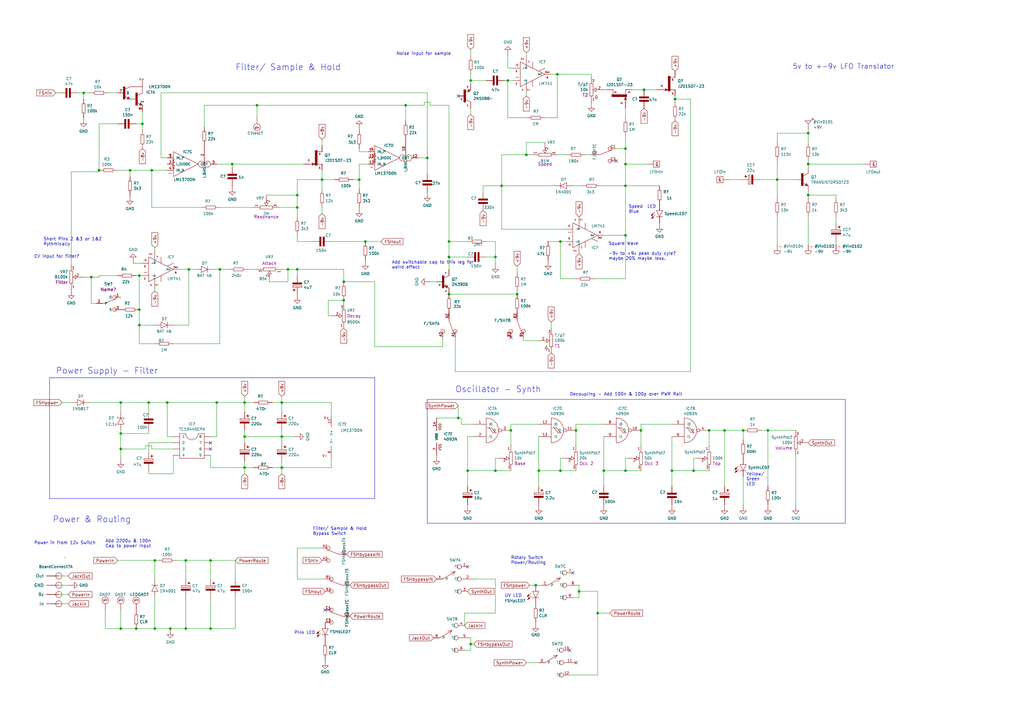
<source format=kicad_sch>
(kicad_sch (version 20230121) (generator eeschema)
  (paper "A3")
  (junction (at 147.32 73.66))
  (junction (at 57.15 113.03))
  (junction (at 69.85 257.81))
  (junction (at 140.97 115.57))
  (junction (at 284.48 193.04))
  (junction (at 229.87 99.06))
  (junction (at 34.29 38.1))
  (junction (at 205.74 76.2))
  (junction (at 245.11 251.46))
  (junction (at 318.77 73.66))
  (junction (at 331.47 67.31))
  (junction (at 121.92 85.09))
  (junction (at 37.465 113.665))
  (junction (at 236.22 176.53))
  (junction (at 100.33 179.07))
  (junction (at 115.57 165.1))
  (junction (at 228.6 30.48))
  (junction (at 77.47 110.49))
  (junction (at 275.59 193.04))
  (junction (at 40.64 69.85))
  (junction (at 49.53 257.81))
  (junction (at 149.86 99.06))
  (junction (at 264.16 36.83))
  (junction (at 63.5 229.87))
  (junction (at 100.33 191.77))
  (junction (at 68.58 165.1))
  (junction (at 297.18 176.53))
  (junction (at 76.2 257.81))
  (junction (at 53.34 69.85))
  (junction (at 208.28 33.02))
  (junction (at 76.2 229.87))
  (junction (at 63.5 257.81))
  (junction (at 49.53 177.8))
  (junction (at 203.2 193.04))
  (junction (at 247.65 193.04))
  (junction (at 55.88 257.81))
  (junction (at 132.08 73.66))
  (junction (at 62.23 69.85))
  (junction (at 304.8 176.53))
  (junction (at 331.47 54.61))
  (junction (at 58.42 50.8))
  (junction (at 220.98 193.04))
  (junction (at 49.53 165.1))
  (junction (at 121.92 80.01))
  (junction (at 237.49 242.57))
  (junction (at 184.15 99.06))
  (junction (at 118.11 110.49))
  (junction (at 212.09 120.65))
  (junction (at 229.87 193.04))
  (junction (at 187.96 171.45))
  (junction (at 121.92 110.49))
  (junction (at 115.57 191.77))
  (junction (at 86.36 229.87))
  (junction (at 95.25 67.31))
  (junction (at 86.36 257.81))
  (junction (at 184.15 120.65))
  (junction (at 184.15 105.41))
  (junction (at 314.96 176.53))
  (junction (at 256.54 193.04))
  (junction (at 219.71 240.03))
  (junction (at 90.17 110.49))
  (junction (at 290.83 176.53))
  (junction (at 57.15 127))
  (junction (at 256.54 60.96))
  (junction (at 256.54 96.52))
  (junction (at 256.54 67.31))
  (junction (at 100.33 165.1))
  (junction (at 193.04 264.16))
  (junction (at 60.96 165.1))
  (junction (at 88.9 165.1))
  (junction (at 193.04 33.02))
  (junction (at 256.54 76.2))
  (junction (at 209.55 176.53))
  (junction (at 203.2 105.41))
  (junction (at 105.41 43.18))
  (junction (at 175.26 64.77))
  (junction (at 166.37 43.18))
  (junction (at 276.86 40.64))
  (junction (at 262.89 176.53))
  (junction (at 191.77 193.04))
  (junction (at 140.97 123.19))
  (junction (at 115.57 179.07))
  (junction (at 215.9 63.5))
  (junction (at 331.47 80.01))
  (junction (at 57.15 133.35))
  (junction (at 49.53 184.15))
  (no_connect (at 191.77 232.41))
  (no_connect (at 187.96 39.37))
  (no_connect (at 86.36 181.61))
  (no_connect (at 236.22 271.78))
  (no_connect (at 86.36 184.15))
  (no_connect (at 252.73 66.04))
  (no_connect (at 233.68 266.7))
  (no_connect (at 234.95 234.95))
  (no_connect (at 133.35 250.19))
  (no_connect (at 209.55 138.43))
  (wire (pts (xy 49.53 176.53) (xy 49.53 177.8)))
  (wire (pts (xy 190.5 251.46) (xy 203.2 251.46)))
  (wire (pts (xy 176.53 115.57) (xy 179.07 115.57)))
  (wire (pts (xy 247.65 199.39) (xy 247.65 193.04)))
  (wire (pts (xy 76.2 245.11) (xy 76.2 257.81)))
  (wire (pts (xy 242.57 30.48) (xy 228.6 30.48)))
  (wire (pts (xy 245.11 276.86) (xy 233.68 276.86)))
  (wire (pts (xy 27.94 240.03) (xy 24.13 240.03)))
  (wire (pts (xy 114.3 85.09) (xy 121.92 85.09)))
  (wire (pts (xy 43.18 257.81) (xy 43.18 250.19)))
  (wire (pts (xy 194.31 173.99) (xy 189.23 173.99)))
  (wire (pts (xy 43.18 257.81) (xy 49.53 257.81)))
  (wire (pts (xy 228.6 30.48) (xy 226.06 30.48)))
  (wire (pts (xy 100.33 168.91) (xy 100.33 165.1)))
  (wire (pts (xy 331.47 66.04) (xy 331.47 67.31)))
  (wire (pts (xy 209.55 193.04) (xy 203.2 193.04)))
  (wire (pts (xy 76.2 229.87) (xy 72.39 229.87)))
  (wire (pts (xy 153.67 115.57) (xy 140.97 115.57)))
  (wire (pts (xy 132.08 73.66) (xy 137.16 73.66)))
  (wire (pts (xy 187.96 171.45) (xy 187.96 166.37)))
  (wire (pts (xy 100.33 194.31) (xy 100.33 191.77)))
  (wire (pts (xy 250.19 251.46) (xy 245.11 251.46)))
  (wire (pts (xy 190.5 256.54) (xy 190.5 251.46)))
  (wire (pts (xy 53.34 72.39) (xy 53.34 69.85)))
  (wire (pts (xy 132.08 57.15) (xy 132.08 59.69)))
  (wire (pts (xy 186.69 152.4) (xy 283.21 152.4)))
  (wire (pts (xy 121.92 80.01) (xy 121.92 85.09)))
  (wire (pts (xy 270.51 76.2) (xy 256.54 76.2)))
  (wire (pts (xy 331.47 88.9) (xy 331.47 100.33)))
  (wire (pts (xy 318.77 73.66) (xy 326.39 73.66)))
  (wire (pts (xy 62.23 69.85) (xy 68.58 69.85)))
  (wire (pts (xy 134.62 123.19) (xy 140.97 123.19)))
  (wire (pts (xy 90.17 85.09) (xy 104.14 85.09)))
  (wire (pts (xy 58.42 107.95) (xy 54.61 107.95)))
  (wire (pts (xy 88.9 67.31) (xy 95.25 67.31)))
  (wire (pts (xy 40.64 50.8) (xy 40.64 69.85)))
  (wire (pts (xy 191.77 193.04) (xy 191.77 199.39)))
  (wire (pts (xy 121.92 224.79) (xy 121.92 237.49)))
  (wire (pts (xy 175.26 38.1) (xy 66.04 38.1)))
  (wire (pts (xy 331.47 67.31) (xy 331.47 68.58)))
  (wire (pts (xy 275.59 193.04) (xy 275.59 199.39)))
  (wire (pts (xy 220.98 139.7) (xy 214.63 139.7)))
  (wire (pts (xy 115.57 165.1) (xy 115.57 168.91)))
  (wire (pts (xy 184.15 99.06) (xy 184.15 105.41)))
  (wire (pts (xy 229.87 99.06) (xy 232.41 99.06)))
  (wire (pts (xy 90.17 110.49) (xy 87.63 110.49)))
  (wire (pts (xy 115.57 191.77) (xy 115.57 194.31)))
  (wire (pts (xy 259.08 36.83) (xy 264.16 36.83)))
  (wire (pts (xy 62.23 184.15) (xy 62.23 182.88)))
  (wire (pts (xy 171.45 64.77) (xy 175.26 64.77)))
  (wire (pts (xy 77.47 110.49) (xy 73.66 110.49)))
  (wire (pts (xy 256.54 187.96) (xy 256.54 193.04)))
  (wire (pts (xy 76.2 257.81) (xy 69.85 257.81)))
  (wire (pts (xy 49.53 184.15) (xy 49.53 187.96)))
  (wire (pts (xy 342.9 80.01) (xy 342.9 81.28)))
  (wire (pts (xy 331.47 53.34) (xy 331.47 54.61)))
  (wire (pts (xy 86.36 237.49) (xy 86.36 229.87)))
  (wire (pts (xy 256.54 67.31) (xy 256.54 76.2)))
  (wire (pts (xy 105.41 43.18) (xy 83.82 43.18)))
  (wire (pts (xy 229.87 193.04) (xy 220.98 193.04)))
  (wire (pts (xy 134.62 129.54) (xy 134.62 123.19)))
  (wire (pts (xy 236.22 114.3) (xy 229.87 114.3)))
  (wire (pts (xy 40.64 113.665) (xy 37.465 113.665)))
  (wire (pts (xy 223.52 48.26) (xy 228.6 48.26)))
  (wire (pts (xy 105.41 48.26) (xy 105.41 43.18)))
  (wire (pts (xy 314.96 176.53) (xy 314.96 199.39)))
  (wire (pts (xy 101.6 110.49) (xy 105.41 110.49)))
  (wire (pts (xy 40.64 113.03) (xy 40.64 113.665)))
  (wire (pts (xy 100.33 176.53) (xy 100.33 179.07)))
  (wire (pts (xy 217.17 240.03) (xy 219.71 240.03)))
  (wire (pts (xy 247.65 36.83) (xy 248.92 36.83)))
  (wire (pts (xy 115.57 110.49) (xy 118.11 110.49)))
  (wire (pts (xy 203.2 193.04) (xy 191.77 193.04)))
  (wire (pts (xy 209.55 176.53) (xy 209.55 173.99)))
  (wire (pts (xy 166.37 49.53) (xy 166.37 43.18)))
  (wire (pts (xy 59.69 182.88) (xy 59.69 184.15)))
  (wire (pts (xy 215.9 38.1) (xy 215.9 39.37)))
  (wire (pts (xy 208.28 48.26) (xy 208.28 33.02)))
  (wire (pts (xy 121.92 237.49) (xy 133.35 237.49)))
  (wire (pts (xy 237.49 242.57) (xy 245.11 242.57)))
  (wire (pts (xy 27.94 236.22) (xy 24.13 236.22)))
  (wire (pts (xy 262.89 176.53) (xy 262.89 173.99)))
  (wire (pts (xy 237.49 240.03) (xy 237.49 242.57)))
  (wire (pts (xy 199.39 33.02) (xy 193.04 33.02)))
  (wire (pts (xy 236.22 173.99) (xy 247.65 173.99)))
  (wire (pts (xy 60.96 181.61) (xy 71.12 181.61)))
  (wire (pts (xy 82.55 85.09) (xy 62.23 85.09)))
  (polyline (pts (xy 153.67 154.94) (xy 153.67 204.47)))
  (wire (pts (xy 284.48 187.96) (xy 285.75 187.96)))
  (wire (pts (xy 53.34 69.85) (xy 62.23 69.85)))
  (wire (pts (xy 193.04 264.16) (xy 193.04 266.7)))
  (wire (pts (xy 311.785 73.66) (xy 318.77 73.66)))
  (wire (pts (xy 193.04 20.32) (xy 193.04 22.86)))
  (wire (pts (xy 331.47 80.01) (xy 331.47 81.28)))
  (wire (pts (xy 96.52 245.11) (xy 96.52 257.81)))
  (wire (pts (xy 212.09 109.22) (xy 212.09 111.76)))
  (wire (pts (xy 57.15 113.03) (xy 57.15 127)))
  (wire (pts (xy 95.25 67.31) (xy 124.46 67.31)))
  (wire (pts (xy 76.2 237.49) (xy 76.2 229.87)))
  (wire (pts (xy 66.04 64.77) (xy 68.58 64.77)))
  (wire (pts (xy 63.5 102.87) (xy 63.5 101.6)))
  (wire (pts (xy 256.54 44.45) (xy 256.54 48.26)))
  (wire (pts (xy 223.52 58.42) (xy 215.9 58.42)))
  (wire (pts (xy 49.53 165.1) (xy 60.96 165.1)))
  (wire (pts (xy 34.29 38.1) (xy 34.29 40.64)))
  (wire (pts (xy 62.23 182.88) (xy 59.69 182.88)))
  (wire (pts (xy 86.36 257.81) (xy 76.2 257.81)))
  (wire (pts (xy 326.39 176.53) (xy 314.96 176.53)))
  (wire (pts (xy 220.98 193.04) (xy 220.98 199.39)))
  (wire (pts (xy 262.89 173.99) (xy 275.59 173.99)))
  (polyline (pts (xy 20.32 204.47) (xy 153.67 204.47)))
  (wire (pts (xy 256.54 76.2) (xy 246.38 76.2)))
  (wire (pts (xy 111.76 191.77) (xy 115.57 191.77)))
  (wire (pts (xy 191.77 105.41) (xy 184.15 105.41)))
  (wire (pts (xy 276.86 39.37) (xy 276.86 40.64)))
  (wire (pts (xy 193.04 261.62) (xy 193.04 264.16)))
  (wire (pts (xy 140.97 110.49) (xy 140.97 115.57)))
  (wire (pts (xy 121.92 73.66) (xy 132.08 73.66)))
  (wire (pts (xy 68.58 165.1) (xy 60.96 165.1)))
  (wire (pts (xy 59.69 184.15) (xy 49.53 184.15)))
  (wire (pts (xy 318.77 81.28) (xy 318.77 73.66)))
  (wire (pts (xy 203.2 105.41) (xy 199.39 105.41)))
  (wire (pts (xy 256.54 96.52) (xy 247.65 96.52)))
  (wire (pts (xy 314.96 176.53) (xy 312.42 176.53)))
  (wire (pts (xy 205.74 76.2) (xy 205.74 63.5)))
  (wire (pts (xy 175.26 38.1) (xy 175.26 64.77)))
  (wire (pts (xy 265.43 67.31) (xy 256.54 67.31)))
  (wire (pts (xy 342.9 99.06) (xy 342.9 100.33)))
  (wire (pts (xy 71.12 194.31) (xy 60.96 194.31)))
  (wire (pts (xy 198.12 76.2) (xy 198.12 78.74)))
  (wire (pts (xy 237.49 242.57) (xy 237.49 245.11)))
  (wire (pts (xy 342.9 88.9) (xy 342.9 91.44)))
  (wire (pts (xy 354.33 67.31) (xy 331.47 67.31)))
  (wire (pts (xy 229.87 187.96) (xy 229.87 193.04)))
  (wire (pts (xy 193.04 44.45) (xy 193.04 46.99)))
  (wire (pts (xy 236.22 193.04) (xy 229.87 193.04)))
  (wire (pts (xy 331.47 78.74) (xy 331.47 80.01)))
  (wire (pts (xy 318.77 58.42) (xy 318.77 54.61)))
  (wire (pts (xy 193.04 264.16) (xy 194.31 264.16)))
  (wire (pts (xy 184.15 43.18) (xy 176.53 43.18)))
  (wire (pts (xy 132.08 73.66) (xy 132.08 69.85)))
  (wire (pts (xy 184.15 105.41) (xy 184.15 110.49)))
  (wire (pts (xy 220.98 179.07) (xy 220.98 193.04)))
  (wire (pts (xy 62.23 85.09) (xy 62.23 69.85)))
  (wire (pts (xy 215.9 63.5) (xy 218.44 63.5)))
  (wire (pts (xy 256.54 55.88) (xy 256.54 60.96)))
  (wire (pts (xy 115.57 191.77) (xy 135.89 191.77)))
  (wire (pts (xy 60.96 194.31) (xy 60.96 193.04)))
  (wire (pts (xy 242.57 63.5) (xy 240.03 63.5)))
  (wire (pts (xy 135.89 129.54) (xy 134.62 129.54)))
  (wire (pts (xy 297.18 199.39) (xy 297.18 176.53)))
  (wire (pts (xy 191.77 193.04) (xy 191.77 179.07)))
  (wire (pts (xy 276.86 40.64) (xy 283.21 40.64)))
  (wire (pts (xy 173.99 43.18) (xy 166.37 43.18)))
  (wire (pts (xy 209.55 173.99) (xy 220.98 173.99)))
  (wire (pts (xy 153.67 142.24) (xy 153.67 115.57)))
  (wire (pts (xy 297.18 176.53) (xy 304.8 176.53)))
  (wire (pts (xy 193.04 30.48) (xy 193.04 33.02)))
  (wire (pts (xy 100.33 189.23) (xy 100.33 191.77)))
  (wire (pts (xy 245.11 242.57) (xy 245.11 251.46)))
  (wire (pts (xy 331.47 80.01) (xy 342.9 80.01)))
  (wire (pts (xy 128.27 99.06) (xy 121.92 99.06)))
  (wire (pts (xy 37.465 124.46) (xy 37.465 113.665)))
  (wire (pts (xy 194.31 237.49) (xy 203.2 237.49)))
  (wire (pts (xy 147.32 73.66) (xy 147.32 77.47)))
  (wire (pts (xy 39.37 124.46) (xy 37.465 124.46)))
  (wire (pts (xy 204.47 187.96) (xy 203.2 187.96)))
  (wire (pts (xy 118.11 110.49) (xy 118.11 115.57)))
  (wire (pts (xy 121.92 85.09) (xy 121.92 88.9)))
  (wire (pts (xy 304.8 180.34) (xy 304.8 176.53)))
  (wire (pts (xy 86.36 179.07) (xy 88.9 179.07)))
  (wire (pts (xy 96.52 229.87) (xy 86.36 229.87)))
  (wire (pts (xy 22.86 38.1) (xy 24.13 38.1)))
  (wire (pts (xy 227.33 76.2) (xy 205.74 76.2)))
  (wire (pts (xy 109.22 80.01) (xy 121.92 80.01)))
  (wire (pts (xy 29.21 70.485) (xy 40.64 70.485)))
  (wire (pts (xy 36.83 165.1) (xy 49.53 165.1)))
  (wire (pts (xy 49.53 165.1) (xy 49.53 168.91)))
  (wire (pts (xy 231.14 187.96) (xy 229.87 187.96)))
  (wire (pts (xy 326.39 186.69) (xy 326.39 207.01)))
  (wire (pts (xy 203.2 99.06) (xy 203.2 105.41)))
  (wire (pts (xy 63.5 229.87) (xy 64.77 229.87)))
  (wire (pts (xy 208.28 33.02) (xy 207.01 33.02)))
  (wire (pts (xy 205.74 76.2) (xy 198.12 76.2)))
  (wire (pts (xy 132.08 77.47) (xy 132.08 73.66)))
  (wire (pts (xy 96.52 237.49) (xy 96.52 229.87)))
  (wire (pts (xy 290.83 176.53) (xy 290.83 182.88)))
  (wire (pts (xy 58.42 50.8) (xy 58.42 53.34)))
  (wire (pts (xy 147.32 73.66) (xy 147.32 67.31)))
  (wire (pts (xy 132.08 85.09) (xy 132.08 87.63)))
  (wire (pts (xy 151.13 62.23) (xy 147.32 62.23)))
  (wire (pts (xy 229.87 114.3) (xy 229.87 99.06)))
  (wire (pts (xy 256.54 76.2) (xy 256.54 96.52)))
  (wire (pts (xy 245.11 251.46) (xy 245.11 276.86)))
  (wire (pts (xy 147.32 62.23) (xy 147.32 60.96)))
  (wire (pts (xy 49.53 257.81) (xy 55.88 257.81)))
  (wire (pts (xy 186.69 138.43) (xy 186.69 152.4)))
  (wire (pts (xy 49.53 177.8) (xy 49.53 184.15)))
  (polyline (pts (xy 346.71 163.83) (xy 346.71 214.63)))
  (wire (pts (xy 90.17 140.97) (xy 90.17 110.49)))
  (wire (pts (xy 58.42 45.72) (xy 58.42 50.8)))
  (wire (pts (xy 90.17 110.49) (xy 93.98 110.49)))
  (wire (pts (xy 34.29 38.1) (xy 36.83 38.1)))
  (wire (pts (xy 269.24 36.83) (xy 264.16 36.83)))
  (wire (pts (xy 234.95 76.2) (xy 238.76 76.2)))
  (wire (pts (xy 60.96 165.1) (xy 60.96 168.91)))
  (wire (pts (xy 135.89 191.77) (xy 135.89 187.96)))
  (wire (pts (xy 71.12 140.97) (xy 90.17 140.97)))
  (wire (pts (xy 194.31 179.07) (xy 191.77 179.07)))
  (wire (pts (xy 135.89 170.18) (xy 135.89 165.1)))
  (wire (pts (xy 304.8 195.58) (xy 304.8 207.01)))
  (wire (pts (xy 290.83 176.53) (xy 297.18 176.53)))
  (wire (pts (xy 44.45 38.1) (xy 48.26 38.1)))
  (wire (pts (xy 121.92 80.01) (xy 121.92 73.66)))
  (wire (pts (xy 115.57 179.07) (xy 120.65 179.07)))
  (polyline (pts (xy 20.32 154.94) (xy 20.32 204.47)))
  (wire (pts (xy 88.9 165.1) (xy 100.33 165.1)))
  (wire (pts (xy 210.82 33.02) (xy 208.28 33.02)))
  (wire (pts (xy 149.86 99.06) (xy 156.21 99.06)))
  (wire (pts (xy 331.47 54.61) (xy 331.47 58.42)))
  (wire (pts (xy 55.88 257.81) (xy 63.5 257.81)))
  (wire (pts (xy 57.15 133.35) (xy 57.15 140.97)))
  (wire (pts (xy 66.04 38.1) (xy 66.04 64.77)))
  (wire (pts (xy 135.89 165.1) (xy 115.57 165.1)))
  (wire (pts (xy 121.92 110.49) (xy 140.97 110.49)))
  (wire (pts (xy 256.54 60.96) (xy 256.54 67.31)))
  (wire (pts (xy 318.77 100.33) (xy 318.77 88.9)))
  (wire (pts (xy 48.26 229.87) (xy 63.5 229.87)))
  (wire (pts (xy 318.77 73.66) (xy 318.77 66.04)))
  (wire (pts (xy 209.55 176.53) (xy 209.55 182.88)))
  (wire (pts (xy 283.21 40.64) (xy 283.21 152.4)))
  (wire (pts (xy 60.96 177.8) (xy 49.53 177.8)))
  (wire (pts (xy 121.92 110.49) (xy 121.92 113.03)))
  (wire (pts (xy 191.77 99.06) (xy 184.15 99.06)))
  (wire (pts (xy 228.6 48.26) (xy 228.6 30.48)))
  (wire (pts (xy 242.57 31.75) (xy 242.57 30.48)))
  (wire (pts (xy 179.07 171.45) (xy 187.96 171.45)))
  (wire (pts (xy 86.36 245.11) (xy 86.36 257.81)))
  (wire (pts (xy 100.33 165.1) (xy 104.14 165.1)))
  (wire (pts (xy 71.12 184.15) (xy 62.23 184.15)))
  (wire (pts (xy 208.28 27.94) (xy 208.28 22.86)))
  (wire (pts (xy 181.61 142.24) (xy 153.67 142.24)))
  (wire (pts (xy 318.77 54.61) (xy 331.47 54.61)))
  (wire (pts (xy 86.36 229.87) (xy 76.2 229.87)))
  (wire (pts (xy 115.57 176.53) (xy 115.57 179.07)))
  (wire (pts (xy 224.79 99.06) (xy 229.87 99.06)))
  (wire (pts (xy 100.33 191.77) (xy 104.14 191.77)))
  (polyline (pts (xy 153.67 154.94) (xy 20.32 154.94)))
  (wire (pts (xy 71.12 133.35) (xy 77.47 133.35)))
  (wire (pts (xy 77.47 133.35) (xy 77.47 110.49)))
  (wire (pts (xy 80.01 110.49) (xy 77.47 110.49)))
  (wire (pts (xy 147.32 67.31) (xy 151.13 67.31)))
  (wire (pts (xy 262.89 176.53) (xy 262.89 182.88)))
  (wire (pts (xy 96.52 257.81) (xy 86.36 257.81)))
  (wire (pts (xy 140.97 123.19) (xy 140.97 124.46)))
  (wire (pts (xy 284.48 193.04) (xy 284.48 187.96)))
  (wire (pts (xy 40.64 69.85) (xy 40.64 70.485)))
  (wire (pts (xy 173.99 43.18) (xy 173.99 41.91)))
  (wire (pts (xy 115.57 179.07) (xy 115.57 181.61)))
  (wire (pts (xy 215.9 22.86) (xy 215.9 21.59)))
  (wire (pts (xy 215.9 58.42) (xy 215.9 63.5)))
  (wire (pts (xy 31.75 38.1) (xy 34.29 38.1)))
  (wire (pts (xy 276.86 40.64) (xy 276.86 41.91)))
  (wire (pts (xy 205.74 63.5) (xy 215.9 63.5)))
  (wire (pts (xy 95.25 67.31) (xy 95.25 68.58)))
  (wire (pts (xy 203.2 237.49) (xy 203.2 251.46)))
  (wire (pts (xy 48.26 50.8) (xy 40.64 50.8)))
  (wire (pts (xy 275.59 179.07) (xy 275.59 193.04)))
  (wire (pts (xy 118.11 110.49) (xy 121.92 110.49)))
  (wire (pts (xy 60.96 176.53) (xy 60.96 177.8)))
  (wire (pts (xy 226.06 134.62) (xy 226.06 132.08)))
  (wire (pts (xy 135.89 99.06) (xy 149.86 99.06)))
  (wire (pts (xy 57.15 140.97) (xy 63.5 140.97)))
  (wire (pts (xy 25.4 165.1) (xy 29.21 165.1)))
  (wire (pts (xy 100.33 179.07) (xy 115.57 179.07)))
  (wire (pts (xy 290.83 193.04) (xy 284.48 193.04)))
  (wire (pts (xy 132.08 224.79) (xy 121.92 224.79)))
  (wire (pts (xy 205.74 93.98) (xy 232.41 93.98)))
  (wire (pts (xy 193.04 33.02) (xy 193.04 34.29)))
  (wire (pts (xy 173.99 41.91) (xy 176.53 41.91)))
  (wire (pts (xy 57.15 113.03) (xy 58.42 113.03)))
  (wire (pts (xy 199.39 99.06) (xy 203.2 99.06)))
  (wire (pts (xy 71.12 179.07) (xy 68.58 179.07)))
  (wire (pts (xy 83.82 43.18) (xy 83.82 52.07)))
  (wire (pts (xy 88.9 165.1) (xy 68.58 165.1)))
  (wire (pts (xy 68.58 179.07) (xy 68.58 165.1)))
  (wire (pts (xy 49.53 250.19) (xy 49.53 257.81)))
  (wire (pts (xy 118.11 115.57) (xy 110.49 115.57)))
  (wire (pts (xy 187.96 171.45) (xy 189.23 171.45)))
  (wire (pts (xy 212.09 120.65) (xy 212.09 119.38)))
  (wire (pts (xy 181.61 142.24) (xy 181.61 138.43)))
  (wire (pts (xy 58.42 50.8) (xy 55.88 50.8)))
  (wire (pts (xy 284.48 193.04) (xy 275.59 193.04)))
  (polyline (pts (xy 175.26 214.63) (xy 346.71 214.63)))
  (wire (pts (xy 40.64 113.03) (xy 48.26 113.03)))
  (wire (pts (xy 220.98 271.78) (xy 215.9 271.78)))
  (wire (pts (xy 256.54 193.04) (xy 247.65 193.04)))
  (wire (pts (xy 219.71 240.03) (xy 222.25 240.03)))
  (wire (pts (xy 115.57 191.77) (xy 115.57 189.23)))
  (wire (pts (xy 262.89 193.04) (xy 256.54 193.04)))
  (wire (pts (xy 100.33 191.77) (xy 86.36 191.77)))
  (wire (pts (xy 71.12 186.69) (xy 71.12 194.31)))
  (wire (pts (xy 24.13 243.84) (xy 27.94 243.84)))
  (wire (pts (xy 27.94 247.65) (xy 24.13 247.65)))
  (wire (pts (xy 184.15 120.65) (xy 212.09 120.65)))
  (wire (pts (xy 203.2 187.96) (xy 203.2 193.04)))
  (wire (pts (xy 166.37 43.18) (xy 105.41 43.18)))
  (wire (pts (xy 243.84 114.3) (xy 256.54 114.3)))
  (wire (pts (xy 215.9 48.26) (xy 208.28 48.26)))
  (wire (pts (xy 256.54 114.3) (xy 256.54 96.52)))
  (wire (pts (xy 236.22 176.53) (xy 236.22 173.99)))
  (wire (pts (xy 210.82 27.94) (xy 208.28 27.94)))
  (wire (pts (xy 144.78 73.66) (xy 147.32 73.66)))
  (wire (pts (xy 214.63 139.7) (xy 214.63 138.43)))
  (wire (pts (xy 57.15 133.35) (xy 63.5 133.35)))
  (wire (pts (xy 247.65 193.04) (xy 247.65 179.07)))
  (wire (pts (xy 115.57 162.56) (xy 115.57 165.1)))
  (wire (pts (xy 111.76 165.1) (xy 115.57 165.1)))
  (wire (pts (xy 232.41 63.5) (xy 228.6 63.5)))
  (wire (pts (xy 257.81 187.96) (xy 256.54 187.96)))
  (wire (pts (xy 176.53 41.91) (xy 176.53 43.18)))
  (wire (pts (xy 88.9 179.07) (xy 88.9 165.1)))
  (wire (pts (xy 121.92 99.06) (xy 121.92 96.52)))
  (wire (pts (xy 299.085 73.66) (xy 304.165 73.66)))
  (polyline (pts (xy 175.26 163.83) (xy 346.71 163.83)))
  (wire (pts (xy 63.5 245.11) (xy 63.5 257.81)))
  (wire (pts (xy 60.96 185.42) (xy 60.96 181.61)))
  (wire (pts (xy 55.88 113.03) (xy 57.15 113.03)))
  (wire (pts (xy 57.15 127) (xy 57.15 133.35)))
  (wire (pts (xy 193.04 266.7) (xy 190.5 266.7)))
  (wire (pts (xy 100.33 162.56) (xy 100.33 165.1)))
  (wire (pts (xy 63.5 237.49) (xy 63.5 229.87)))
  (wire (pts (xy 86.36 191.77) (xy 86.36 186.69)))
  (wire (pts (xy 189.23 171.45) (xy 189.23 173.99)))
  (wire (pts (xy 29.21 70.485) (xy 29.21 108.585)))
  (wire (pts (xy 205.74 76.2) (xy 205.74 93.98)))
  (wire (pts (xy 236.22 176.53) (xy 236.22 182.88)))
  (wire (pts (xy 256.54 60.96) (xy 252.73 60.96)))
  (wire (pts (xy 100.33 179.07) (xy 100.33 181.61)))
  (wire (pts (xy 63.5 118.11) (xy 63.5 119.38)))
  (polyline (pts (xy 175.26 163.83) (xy 175.26 214.63)))
  (wire (pts (xy 48.26 69.85) (xy 53.34 69.85)))
  (wire (pts (xy 175.26 64.77) (xy 175.26 71.12)))
  (wire (pts (xy 184.15 43.18) (xy 184.15 99.06)))
  (wire (pts (xy 237.49 245.11) (xy 234.95 245.11)))
  (wire (pts (xy 203.2 105.41) (xy 203.2 107.95)))
  (wire (pts (xy 69.85 257.81) (xy 63.5 257.81)))
  (wire (pts (xy 37.465 113.665) (xy 34.29 113.665)))
  (text "UV LED" (at 207.01 245.11 0) (effects (font (size 1.27 1.27)) (justify left bottom)))
  (text "Add switchable cap to this leg for\nweird effect\n" (at 160.655 110.49 0) (effects (font (size 1.27 1.27)) (justify left bottom)))
  (text "Rotary Switch\nPower/Routing\n\n" (at 209.55 233.68 0) (effects (font (size 1.27 1.27)) (justify left bottom)))
  (text "Filter/ Sample & Hold\nBypass Switch\n" (at 128.27 219.71 0) (effects (font (size 1.27 1.27)) (justify left bottom)))
  (text "Noise input for sample\n" (at 162.56 22.86 0) (effects (font (size 1.27 1.27)) (justify left bottom)))
  (text "Add 2200u & 100n\nCap to power Input" (at 43.18 224.79 0) (effects (font (size 1.27 1.27)) (justify left bottom)))
  (text "Yellow/\nGreen\nLED" (at 306.07 199.39 0) (effects (font (size 1.27 1.27)) (justify left bottom)))
  (text "5v to +-9v LFO Translator" (at 325.12 28.575 0) (effects (font (size 2.0066 2.0066)) (justify left bottom)))
  (text "Power Supply - Filter" (at 22.86 153.67 0) (effects (font (size 2.4892 2.4892)) (justify left bottom)))
  (text "Decoupling - Add 100n & 100p over PWR Rail" (at 233.68 162.56 0) (effects (font (size 1.27 1.27)) (justify left bottom)))
  (text "Speed  LED\nBlue" (at 257.81 87.63 0) (effects (font (size 1.27 1.27)) (justify left bottom)))
  (text "Power in from 12v Switch" (at 13.97 223.52 0) (effects (font (size 1.27 1.27)) (justify left bottom)))
  (text "CV input for filter?" (at 13.97 106.045 0) (effects (font (size 1.27 1.27)) (justify left bottom)))
  (text "Short Pins 2 &3 or 1&2\nRythmically\n" (at 17.78 100.965 0) (effects (font (size 1.27 1.27)) (justify left bottom)))
  (text "Power & Routing" (at 21.59 214.63 0) (effects (font (size 2.4892 2.4892)) (justify left bottom)))
  (text "Square Wave\n\n-9v to +9v peak duty cyle? \nmaybe 20% maybe less. \n\n\n\n" (at 249.555 113.03 0) (effects (font (size 1.27 1.27)) (justify left bottom)))
  (text "Pink LED" (at 120.65 260.35 0) (effects (font (size 1.27 1.27)) (justify left bottom)))
  (text "Oscillator - Synth" (at 186.69 161.29 0) (effects (font (size 2.4892 2.4892)) (justify left bottom)))
  (text "Filter/ Sample & Hold" (at 96.52 29.21 0) (effects (font (size 2.4892 2.4892)) (justify left bottom)))
  (global_label "-8v" (shape input) (at 132.08 87.63 270) (property "Intersheetrefs" "${INTERSHEET_REFS}" (effects hide)))
  (global_label "+9v" (shape input) (at 100.33 162.56 90) (property "Intersheetrefs" "${INTERSHEET_REFS}" (effects hide)))
  (global_label "-9v" (shape input) (at 264.16 44.45 270) (property "Intersheetrefs" "${INTERSHEET_REFS}" (effects hide)))
  (global_label "+9v" (shape input) (at 63.5 101.6 90) (property "Intersheetrefs" "${INTERSHEET_REFS}" (effects hide)))
  (global_label "PowerIn" (shape input) (at 48.26 229.87 180) (property "Intersheetrefs" "${INTERSHEET_REFS}" (effects hide)))
  (global_label "FSHin" (shape input) (at 132.08 229.87 180) (property "Intersheetrefs" "${INTERSHEET_REFS}" (effects hide)))
  (global_label "FSHout" (shape input) (at 156.21 99.06 0) (property "Intersheetrefs" "${INTERSHEET_REFS}" (effects hide)))
  (global_label "PowerRoute" (shape input) (at 96.52 229.87 0) (property "Intersheetrefs" "${INTERSHEET_REFS}" (effects hide)))
  (global_label "-8v" (shape input) (at 58.42 60.96 270) (property "Intersheetrefs" "${INTERSHEET_REFS}" (effects hide)))
  (global_label "SynthOut" (shape input) (at 331.47 181.61 0) (property "Intersheetrefs" "${INTERSHEET_REFS}" (effects hide)))
  (global_label "SynthPower" (shape input) (at 215.9 271.78 180) (property "Intersheetrefs" "${INTERSHEET_REFS}" (effects hide)))
  (global_label "+9v" (shape input) (at 276.86 29.21 90) (property "Intersheetrefs" "${INTERSHEET_REFS}" (effects hide)))
  (global_label "-9v" (shape input) (at 100.33 194.31 270) (property "Intersheetrefs" "${INTERSHEET_REFS}" (effects hide)))
  (global_label "+9v" (shape input) (at 215.9 21.59 90) (property "Intersheetrefs" "${INTERSHEET_REFS}" (effects hide)))
  (global_label "JackIn" (shape input) (at 27.94 247.65 0) (property "Intersheetrefs" "${INTERSHEET_REFS}" (effects hide)))
  (global_label "JackIn" (shape input) (at 190.5 256.54 0) (property "Intersheetrefs" "${INTERSHEET_REFS}" (effects hide)))
  (global_label "SynthOut" (shape input) (at 191.77 242.57 0) (property "Intersheetrefs" "${INTERSHEET_REFS}" (effects hide)))
  (global_label "FSHpower" (shape input) (at 25.4 165.1 180) (property "Intersheetrefs" "${INTERSHEET_REFS}" (effects hide)))
  (global_label "-9v" (shape input) (at 215.9 39.37 270) (property "Intersheetrefs" "${INTERSHEET_REFS}" (effects hide)))
  (global_label "FSHin" (shape input) (at 22.86 38.1 180) (property "Intersheetrefs" "${INTERSHEET_REFS}" (effects hide)))
  (global_label "-9v" (shape input) (at 226.06 144.78 270) (property "Intersheetrefs" "${INTERSHEET_REFS}" (effects hide)))
  (global_label "-9v" (shape input) (at 63.5 119.38 270) (property "Intersheetrefs" "${INTERSHEET_REFS}" (effects hide)))
  (global_label "FSHbypassIN" (shape input) (at 179.07 237.49 180) (property "Intersheetrefs" "${INTERSHEET_REFS}" (effects hide)))
  (global_label "PowerRoute" (shape input) (at 143.51 252.73 0) (property "Intersheetrefs" "${INTERSHEET_REFS}" (effects hide)))
  (global_label "-9v" (shape input) (at 276.86 49.53 270) (property "Intersheetrefs" "${INTERSHEET_REFS}" (effects hide)))
  (global_label "+8v" (shape input) (at 132.08 57.15 90) (property "Intersheetrefs" "${INTERSHEET_REFS}" (effects hide)))
  (global_label "+9v" (shape input) (at 237.49 104.14 270) (property "Intersheetrefs" "${INTERSHEET_REFS}" (effects hide)))
  (global_label "SynthPower" (shape input) (at 187.96 166.37 180) (property "Intersheetrefs" "${INTERSHEET_REFS}" (effects hide)))
  (global_label "+9v" (shape input) (at 212.09 109.22 90) (property "Intersheetrefs" "${INTERSHEET_REFS}" (effects hide)))
  (global_label "JackOut" (shape input) (at 177.8 261.62 180) (property "Intersheetrefs" "${INTERSHEET_REFS}" (effects hide)))
  (global_label "-9v" (shape input) (at 140.97 134.62 270) (property "Intersheetrefs" "${INTERSHEET_REFS}" (effects hide)))
  (global_label "+9v" (shape input) (at 193.04 20.32 90) (property "Intersheetrefs" "${INTERSHEET_REFS}" (effects hide)))
  (global_label "+9v" (shape input) (at 226.06 132.08 90) (property "Intersheetrefs" "${INTERSHEET_REFS}" (effects hide)))
  (global_label "FSHbypassOut" (shape input) (at 143.51 240.03 0) (property "Intersheetrefs" "${INTERSHEET_REFS}" (effects hide)))
  (global_label "PowerRoute" (shape input) (at 250.19 251.46 0) (property "Intersheetrefs" "${INTERSHEET_REFS}" (effects hide)))
  (global_label "-9v" (shape input) (at 198.12 86.36 270) (property "Intersheetrefs" "${INTERSHEET_REFS}" (effects hide)))
  (global_label "+8v" (shape input) (at 115.57 162.56 90) (property "Intersheetrefs" "${INTERSHEET_REFS}" (effects hide)))
  (global_label "FSHbypassOut" (shape input) (at 194.31 264.16 0) (property "Intersheetrefs" "${INTERSHEET_REFS}" (effects hide)))
  (global_label "JackOut" (shape input) (at 27.94 236.22 0) (property "Intersheetrefs" "${INTERSHEET_REFS}" (effects hide)))
  (global_label "FSHbypassIN" (shape input) (at 142.24 227.33 0) (property "Intersheetrefs" "${INTERSHEET_REFS}" (effects hide)))
  (global_label "-8v" (shape input) (at 115.57 194.31 270) (property "Intersheetrefs" "${INTERSHEET_REFS}" (effects hide)))
  (global_label "-9v" (shape input) (at 193.04 46.99 270) (property "Intersheetrefs" "${INTERSHEET_REFS}" (effects hide)))
  (global_label "PowerIn" (shape input) (at 27.94 243.84 0) (property "Intersheetrefs" "${INTERSHEET_REFS}" (effects hide)))
  (global_label "FSHout" (shape input) (at 133.35 242.57 180) (property "Intersheetrefs" "${INTERSHEET_REFS}" (effects hide)))
  (global_label "-9v" (shape input) (at 237.49 88.9 90) (property "Intersheetrefs" "${INTERSHEET_REFS}" (effects hide)))
  (global_label "FSHpower" (shape input) (at 217.17 240.03 180) (property "Intersheetrefs" "${INTERSHEET_REFS}" (effects hide)))
  (symbol (lib_id "Cygni PulsarV2.1-rescue:CER_FILM-FilmCapacitor") (at 27.94 38.1 270) (unit 1)
    (property "Reference" "C?" (at 28.2448 32.2834 90) (effects (font (size 1.143 1.143))))
    (property "Value" "47n" (at 28.2448 34.417 90) (effects (font (size 1.143 1.143))))
    (property "Footprint" "Film-Caps:BOX_SMALL" (effects hide))
  )
  (symbol (lib_id "Cygni PulsarV2.1-rescue:R_.1-Resistor-Cygni-PulsarV2.1-rescue") (at 40.64 38.1 0) (unit 1)
    (property "Reference" "R?" (at 40.005 33.5534 0) (effects (font (size 1.143 1.143))))
    (property "Value" "10k" (at 40.005 35.687 0) (effects (font (size 1.143 1.143))))
    (property "Footprint" "Resistors:R0207_2V" (effects hide))
  )
  (symbol (lib_id "Cygni PulsarV2.1-rescue:R_.1-Resistor-Cygni-PulsarV2.1-rescue") (at 34.29 44.45 270) (unit 1)
    (property "Reference" "R?" (at 35.6362 43.3832 90) (effects (font (size 1.143 1.143)) (justify left)))
    (property "Value" "100k" (at 35.6362 45.5168 90) (effects (font (size 1.143 1.143)) (justify left)))
    (property "Footprint" "Resistors:R0207_2V" (effects hide))
  )
  (symbol (lib_id "Cygni PulsarV2.1-rescue:GND-supply_pins") (at 34.29 50.8 0) (unit 1)
    (property "Reference" "#GND?" (effects hide))
    (property "Value" "GND" (at 34.29 53.8226 0) (effects (font (size 1.143 1.143))))
  )
  (symbol (lib_id "Cygni PulsarV2.1-rescue:LM13700N-ota-Cygni-Pulsar-V1.2-rescue-Cygni-Pulsar-V1.2-rescue-Cygni-Pulsar-V2.0-rescue-Cygni-PulsarV2.1-rescue-Cygni-PulsarV2.1-rescue") (at 55.88 40.64 0) (unit 1)
    (property "Reference" "IC?" (at 59.817 37.8714 0) (effects (font (size 1.143 1.143)) (justify left)))
    (property "Value" "LM13700N" (at 60.96 35.56 0) (effects (font (size 1.143 1.143)) (justify left)))
    (property "Footprint" "Integrated-Circuits:DIL16" (effects hide))
  )
  (symbol (lib_id "Cygni PulsarV2.1-rescue:CER_FILM-FilmCapacitor") (at 52.07 50.8 270) (unit 1)
    (property "Reference" "C?" (at 52.3748 44.9834 90) (effects (font (size 1.143 1.143))))
    (property "Value" "150n" (at 52.3748 47.117 90) (effects (font (size 1.143 1.143))))
    (property "Footprint" "Film-Caps:BOX_BIG" (effects hide))
  )
  (symbol (lib_id "Cygni PulsarV2.1-rescue:R_.1-Resistor-Cygni-PulsarV2.1-rescue") (at 58.42 57.15 270) (unit 1)
    (property "Reference" "R?" (at 59.7662 56.0832 90) (effects (font (size 1.143 1.143)) (justify left)))
    (property "Value" "22k" (at 59.7662 58.2168 90) (effects (font (size 1.143 1.143)) (justify left)))
    (property "Footprint" "Resistors:R0207_2V" (effects hide))
  )
  (symbol (lib_id "Cygni PulsarV2.1-rescue:R_.1-Resistor-Cygni-PulsarV2.1-rescue") (at 44.45 69.85 0) (unit 1)
    (property "Reference" "R3" (at 43.815 65.3034 0) (effects (font (size 1.143 1.143))))
    (property "Value" "100k" (at 43.815 67.437 0) (effects (font (size 1.143 1.143))))
    (property "Footprint" "Resistors:R0207_2V" (effects hide))
  )
  (symbol (lib_id "Cygni PulsarV2.1-rescue:R_.1-Resistor-Cygni-PulsarV2.1-rescue") (at 53.34 76.2 270) (unit 1)
    (property "Reference" "R?" (at 54.6862 75.1332 90) (effects (font (size 1.143 1.143)) (justify left)))
    (property "Value" "3k3" (at 54.6862 77.2668 90) (effects (font (size 1.143 1.143)) (justify left)))
    (property "Footprint" "Resistors:R0207_2V" (effects hide))
  )
  (symbol (lib_id "Cygni PulsarV2.1-rescue:GND-supply_pins") (at 53.34 82.55 0) (unit 1)
    (property "Reference" "#GND?" (effects hide))
    (property "Value" "GND" (at 53.34 85.5726 0) (effects (font (size 1.143 1.143))))
  )
  (symbol (lib_id "Cygni PulsarV2.1-rescue:Value-PotentiometerStandard") (at 29.21 113.665 0) (unit 1)
    (property "Reference" "VR?" (at 27.8638 111.4552 0) (effects (font (size 1.143 1.143)) (justify right)))
    (property "Value" "B100k" (at 27.8638 113.5888 0) (effects (font (size 1.143 1.143)) (justify right)))
    (property "Footprint" "Potentiometers:16MM_ReverseSide" (effects hide))
    (property "Name1" "Filter" (at 27.8638 115.7986 0) (effects (justify right)))
  )
  (symbol (lib_id "Cygni PulsarV2.1-rescue:GND-supply_pins") (at 29.21 121.285 0) (unit 1)
    (property "Reference" "#GND?" (effects hide))
    (property "Value" "GND" (at 29.21 124.3076 0) (effects (font (size 1.143 1.143))))
  )
  (symbol (lib_id "Cygni PulsarV2.1-rescue:LM13700N-ota-Cygni-Pulsar-V1.2-rescue-Cygni-Pulsar-V1.2-rescue-Cygni-Pulsar-V2.0-rescue-Cygni-PulsarV2.1-rescue-Cygni-PulsarV2.1-rescue") (at 76.2 67.31 0) (unit 3)
    (property "Reference" "IC?" (at 74.93 62.23 0) (effects (font (size 1.143 1.143)) (justify left)))
    (property "Value" "LM13700N" (at 71.12 73.66 0) (effects (font (size 1.143 1.143)) (justify left)))
    (property "Footprint" "Integrated-Circuits:DIL16" (effects hide))
  )
  (symbol (lib_id "Cygni PulsarV2.1-rescue:R_.1-Resistor-Cygni-PulsarV2.1-rescue") (at 83.82 55.88 270) (unit 1)
    (property "Reference" "R?" (at 85.1662 54.8132 90) (effects (font (size 1.143 1.143)) (justify left)))
    (property "Value" "22k" (at 85.1662 56.9468 90) (effects (font (size 1.143 1.143)) (justify left)))
    (property "Footprint" "Resistors:R0207_2V" (effects hide))
  )
  (symbol (lib_id "Cygni PulsarV2.1-rescue:CER_FILM-FilmCapacitor") (at 95.25 72.39 180) (unit 1)
    (property "Reference" "C?" (at 91.44 72.39 0) (effects (font (size 1.143 1.143))))
    (property "Value" "1n" (at 98.933 72.6948 0) (effects (font (size 1.143 1.143))))
    (property "Footprint" "Film-Caps:BOX_SMALL" (effects hide))
  )
  (symbol (lib_id "Cygni PulsarV2.1-rescue:GND-supply_pins") (at 95.25 78.74 0) (unit 1)
    (property "Reference" "#GND?" (effects hide))
    (property "Value" "GND" (at 95.25 81.7626 0) (effects (font (size 1.143 1.143))))
  )
  (symbol (lib_id "Cygni PulsarV2.1-rescue:R_.1-Resistor-Cygni-PulsarV2.1-rescue") (at 86.36 85.09 180) (unit 1)
    (property "Reference" "R?" (at 86.36 82.55 0) (effects (font (size 1.143 1.143)) (justify left)))
    (property "Value" "100k" (at 87.63 87.63 0) (effects (font (size 1.143 1.143)) (justify left)))
    (property "Footprint" "Resistors:R0207_2V" (effects hide))
  )
  (symbol (lib_id "Cygni PulsarV2.1-rescue:Value-PotentiometerStandard") (at 109.22 85.09 270) (mirror x) (unit 1)
    (property "Reference" "VR?" (at 106.68 81.28 90) (effects (font (size 1.143 1.143))))
    (property "Value" "2M" (at 109.22 87.63 90) (effects (font (size 1.143 1.143))))
    (property "Footprint" "Potentiometers:16MM_ReverseSide" (effects hide))
    (property "Name1" "Resonance" (at 109.22 88.9 90))
  )
  (symbol (lib_id "Cygni PulsarV2.1-rescue:R_.1-Resistor-Cygni-PulsarV2.1-rescue") (at 121.92 92.71 270) (unit 1)
    (property "Reference" "R?" (at 123.2662 91.6432 90) (effects (font (size 1.143 1.143)) (justify left)))
    (property "Value" "3k3" (at 123.2662 93.7768 90) (effects (font (size 1.143 1.143)) (justify left)))
    (property "Footprint" "Resistors:R0207_2V" (effects hide))
  )
  (symbol (lib_id "Cygni PulsarV2.1-rescue:CER_FILM-FilmCapacitor") (at 132.08 99.06 90) (unit 1)
    (property "Reference" "C?" (at 134.62 96.52 90) (effects (font (size 1.143 1.143))))
    (property "Value" "150n" (at 131.7752 102.743 90) (effects (font (size 1.143 1.143))))
    (property "Footprint" "Film-Caps:BOX_BIG" (effects hide))
  )
  (symbol (lib_id "Cygni PulsarV2.1-rescue:R_.1-Resistor-Cygni-PulsarV2.1-rescue") (at 149.86 102.87 270) (unit 1)
    (property "Reference" "R?" (at 151.2062 101.8032 90) (effects (font (size 1.143 1.143)) (justify left)))
    (property "Value" "100k" (at 151.2062 103.9368 90) (effects (font (size 1.143 1.143)) (justify left)))
    (property "Footprint" "Resistors:R0207_2V" (effects hide))
  )
  (symbol (lib_id "Cygni PulsarV2.1-rescue:GND-supply_pins") (at 149.86 109.22 0) (unit 1)
    (property "Reference" "#GND?" (effects hide))
    (property "Value" "GND" (at 149.86 112.2426 0) (effects (font (size 1.143 1.143))))
  )
  (symbol (lib_id "Cygni PulsarV2.1-rescue:J201SOT-23-transistors") (at 129.54 64.77 0) (unit 1)
    (property "Reference" "Q?" (at 133.1214 63.7032 0) (effects (font (size 1.143 1.143)) (justify left)))
    (property "Value" "J201SOT-23" (at 133.1214 65.8368 0) (effects (font (size 1.143 1.143)) (justify left)))
    (property "Footprint" "Transistors:SOT-23" (effects hide))
  )
  (symbol (lib_id "Cygni PulsarV2.1-rescue:R_.1-Resistor-Cygni-PulsarV2.1-rescue") (at 132.08 81.28 270) (unit 1)
    (property "Reference" "R?" (at 133.4262 80.2132 90) (effects (font (size 1.143 1.143)) (justify left)))
    (property "Value" "12k" (at 133.4262 82.3468 90) (effects (font (size 1.143 1.143)) (justify left)))
    (property "Footprint" "Resistors:R0207_3" (effects hide))
  )
  (symbol (lib_id "Cygni PulsarV2.1-rescue:R_.1-Resistor-Cygni-PulsarV2.1-rescue") (at 140.97 73.66 0) (unit 1)
    (property "Reference" "R?" (at 139.7 71.12 0) (effects (font (size 1.143 1.143)) (justify left)))
    (property "Value" "100k" (at 139.7 76.2 0) (effects (font (size 1.143 1.143)) (justify left)))
    (property "Footprint" "Resistors:R0207_2V" (effects hide))
  )
  (symbol (lib_id "Cygni PulsarV2.1-rescue:R_.1-Resistor-Cygni-PulsarV2.1-rescue") (at 147.32 81.28 270) (unit 1)
    (property "Reference" "R?" (at 148.6662 80.2132 90) (effects (font (size 1.143 1.143)) (justify left)))
    (property "Value" "3k3" (at 148.6662 82.3468 90) (effects (font (size 1.143 1.143)) (justify left)))
    (property "Footprint" "Resistors:R0207_2V" (effects hide))
  )
  (symbol (lib_id "Cygni PulsarV2.1-rescue:GND-supply_pins") (at 147.32 87.63 0) (unit 1)
    (property "Reference" "#GND?" (effects hide))
    (property "Value" "GND" (at 147.32 90.6526 0) (effects (font (size 1.143 1.143))))
  )
  (symbol (lib_id "Cygni PulsarV2.1-rescue:LM13700N-ota-Cygni-Pulsar-V1.2-rescue-Cygni-Pulsar-V1.2-rescue-Cygni-Pulsar-V2.0-rescue-Cygni-PulsarV2.1-rescue-Cygni-PulsarV2.1-rescue") (at 158.75 64.77 0) (unit 4)
    (property "Reference" "IC?" (at 157.48 59.69 0) (effects (font (size 1.143 1.143)) (justify left)))
    (property "Value" "LM13700N" (at 153.67 71.12 0) (effects (font (size 1.143 1.143)) (justify left)))
    (property "Footprint" "Integrated-Circuits:DIL16" (effects hide))
  )
  (symbol (lib_id "Cygni PulsarV2.1-rescue:R_.1-Resistor-Cygni-PulsarV2.1-rescue") (at 147.32 57.15 90) (unit 1)
    (property "Reference" "R?" (at 144.78 55.88 90) (effects (font (size 1.143 1.143)) (justify left)))
    (property "Value" "3k3" (at 146.05 58.42 90) (effects (font (size 1.143 1.143)) (justify left)))
    (property "Footprint" "Resistors:R0207_2V" (effects hide))
  )
  (symbol (lib_id "Cygni PulsarV2.1-rescue:GND-supply_pins") (at 147.32 50.8 180) (unit 1)
    (property "Reference" "#GND?" (effects hide))
    (property "Value" "GND" (at 147.32 47.7774 0) (effects (font (size 1.143 1.143))))
  )
  (symbol (lib_id "Cygni PulsarV2.1-rescue:R_.1-Resistor-Cygni-PulsarV2.1-rescue") (at 166.37 53.34 270) (unit 1)
    (property "Reference" "R?" (at 167.7162 52.2732 90) (effects (font (size 1.143 1.143)) (justify left)))
    (property "Value" "22k" (at 167.7162 54.4068 90) (effects (font (size 1.143 1.143)) (justify left)))
    (property "Footprint" "Resistors:R0207_2V" (effects hide))
  )
  (symbol (lib_id "Cygni PulsarV2.1-rescue:CER_FILM-FilmCapacitor") (at 175.26 74.93 180) (unit 1)
    (property "Reference" "C?" (at 171.45 74.93 0) (effects (font (size 1.143 1.143))))
    (property "Value" "27n" (at 178.943 75.2348 0) (effects (font (size 1.143 1.143))))
    (property "Footprint" "Film-Caps:BOX_MED" (effects hide))
  )
  (symbol (lib_id "Cygni PulsarV2.1-rescue:GND-supply_pins") (at 175.26 81.28 0) (unit 1)
    (property "Reference" "#GND?" (effects hide))
    (property "Value" "GND" (at 175.26 84.3026 0) (effects (font (size 1.143 1.143))))
  )
  (symbol (lib_id "Cygni PulsarV2.1-rescue:R_.1-Resistor-Cygni-PulsarV2.1-rescue") (at 52.07 113.03 180) (unit 1)
    (property "Reference" "R4" (at 52.07 110.49 0) (effects (font (size 1.143 1.143)) (justify left)))
    (property "Value" "22k" (at 53.34 115.57 0) (effects (font (size 1.143 1.143)) (justify left)))
    (property "Footprint" "Resistors:R0207_2V" (effects hide))
  )
  (symbol (lib_id "Cygni-PulsarV2.1-rescue:SINGLEOPAMP-SingleOPAMP") (at 66.04 110.49 0) (unit 1)
    (property "Reference" "IC?" (at 68.58 105.41 0) (effects (font (size 1.143 1.143)) (justify left)))
    (property "Value" "LM741" (at 68.58 114.3 0) (effects (font (size 1.143 1.143)) (justify left)))
    (property "Footprint" "Integrated-Circuits:DIL08" (effects hide))
  )
  (symbol (lib_id "Cygni PulsarV2.1-rescue:GND-supply_pins") (at 54.61 105.41 180) (unit 1)
    (property "Reference" "#GND?" (effects hide))
    (property "Value" "GND" (at 54.61 102.3874 0) (effects (font (size 1.143 1.143))))
  )
  (symbol (lib_id "Cygni PulsarV2.1-rescue:DO41.3-diodes") (at 68.58 133.35 0) (unit 1)
    (property "Reference" "D?" (at 67.31 130.81 0) (effects (font (size 1.143 1.143))))
    (property "Value" "BAT 46" (at 67.31 135.89 0) (effects (font (size 1.143 1.143))))
    (property "Footprint" "Diodes:DO41-3" (effects hide))
  )
  (symbol (lib_id "Cygni PulsarV2.1-rescue:R_.1-Resistor-Cygni-PulsarV2.1-rescue") (at 67.31 140.97 180) (unit 1)
    (property "Reference" "R?" (at 67.31 139.7 0) (effects (font (size 1.143 1.143)) (justify left)))
    (property "Value" "1M" (at 68.58 143.51 0) (effects (font (size 1.143 1.143)) (justify left)))
    (property "Footprint" "Resistors:R0207_2V" (effects hide))
  )
  (symbol (lib_id "Cygni PulsarV2.1-rescue:DO41.3-diodes") (at 85.09 110.49 0) (unit 1)
    (property "Reference" "D?" (at 83.82 107.95 0) (effects (font (size 1.143 1.143))))
    (property "Value" "BAT 46" (at 83.82 113.03 0) (effects (font (size 1.143 1.143))))
    (property "Footprint" "Diodes:DO41-3" (effects hide))
  )
  (symbol (lib_id "Cygni PulsarV2.1-rescue:R_.1-Resistor-Cygni-PulsarV2.1-rescue") (at 97.79 110.49 180) (unit 1)
    (property "Reference" "R?" (at 97.79 107.95 0) (effects (font (size 1.143 1.143)) (justify left)))
    (property "Value" "240r" (at 99.06 113.03 0) (effects (font (size 1.143 1.143)) (justify left)))
    (property "Footprint" "Resistors:R0207_3" (effects hide))
  )
  (symbol (lib_id "Cygni PulsarV2.1-rescue:Value-PotentiometerStandard") (at 110.49 110.49 90) (mirror x) (unit 1)
    (property "Reference" "VR?" (at 110.49 105.41 90) (effects (font (size 1.143 1.143))))
    (property "Value" "B5k" (at 107.95 114.3 90) (effects (font (size 1.143 1.143))))
    (property "Footprint" "Potentiometers:16MM_ReverseSide" (effects hide))
    (property "Name1" "Attack" (at 110.49 108.0008 90))
  )
  (symbol (lib_id "Cygni PulsarV2.1-rescue:CapElec-ElectrolyticCapacitor") (at 121.92 116.84 180) (unit 1)
    (property "Reference" "C?" (at 124.5362 115.7732 0) (effects (font (size 1.143 1.143)) (justify right)))
    (property "Value" "4u7" (at 124.5362 117.9068 0) (effects (font (size 1.143 1.143)) (justify right)))
    (property "Footprint" "Electro-Caps:050_020_1B" (effects hide))
  )
  (symbol (lib_id "Cygni PulsarV2.1-rescue:GND-supply_pins") (at 121.92 123.19 0) (unit 1)
    (property "Reference" "#GND?" (effects hide))
    (property "Value" "GND" (at 121.92 126.2126 0) (effects (font (size 1.143 1.143))))
  )
  (symbol (lib_id "Cygni PulsarV2.1-rescue:R_.1-Resistor-Cygni-PulsarV2.1-rescue") (at 140.97 119.38 90) (unit 1)
    (property "Reference" "R?" (at 139.7 118.11 90) (effects (font (size 1.143 1.143)) (justify left)))
    (property "Value" "10k" (at 139.7 120.65 90) (effects (font (size 1.143 1.143)) (justify left)))
    (property "Footprint" "Resistors:R0207_2V" (effects hide))
  )
  (symbol (lib_id "Cygni PulsarV2.1-rescue:Value-PotentiometerStandard") (at 140.97 129.54 0) (mirror y) (unit 1)
    (property "Reference" "VR?" (at 142.3162 127.3302 0) (effects (font (size 1.143 1.143)) (justify right)))
    (property "Value" "B500k" (at 142.24 132.08 0) (effects (font (size 1.143 1.143)) (justify right)))
    (property "Footprint" "Potentiometers:16MM_ReverseSide" (effects hide))
    (property "Name1" "Decay" (at 142.24 129.54 0) (effects (justify right)))
  )
  (symbol (lib_id "Cygni PulsarV2.1-rescue:3PDT-switches") (at 185.42 134.62 270) (unit 1)
    (property "Reference" "F/SH?" (at 180.34 132.715 90) (effects (font (size 1.143 1.143)) (justify right)))
    (property "Value" "3PDT" (effects hide))
    (property "Footprint" "Switches:3PDT" (effects hide))
  )
  (symbol (lib_id "Cygni-PulsarV2.1-rescue:PADRND-BoardConnections") (at 105.41 48.26 180) (unit 1)
    (property "Reference" "CVtest?" (at 107.95 54.61 0) (effects (font (size 1.143 1.143)) (justify left)))
    (property "Value" "DC" (effects hide))
    (property "Footprint" "Supply-Pins:SQUARE" (effects hide))
  )
  (symbol (lib_id "Cygni PulsarV2.1-rescue:R_.1-Resistor-Cygni-PulsarV2.1-rescue") (at 184.15 124.46 90) (unit 1)
    (property "Reference" "R?" (at 188.595 123.825 90) (effects (font (size 1.143 1.143)) (justify left)))
    (property "Value" "22k" (at 189.23 125.73 90) (effects (font (size 1.143 1.143)) (justify left)))
    (property "Footprint" "Resistors:R0207_2V" (effects hide))
  )
  (symbol (lib_id "Cygni PulsarV2.1-rescue:2N3906-transistors") (at 181.61 115.57 0) (mirror x) (unit 1)
    (property "Reference" "Q?" (at 185.1914 114.5032 0) (effects (font (size 1.143 1.143)) (justify left)))
    (property "Value" "2N3906" (at 185.1914 116.6368 0) (effects (font (size 1.143 1.143)) (justify left)))
    (property "Footprint" "Transistors:TO92-" (effects hide))
  )
  (symbol (lib_id "Cygni PulsarV2.1-rescue:GND-supply_pins") (at 173.99 115.57 270) (unit 1)
    (property "Reference" "#GND?" (effects hide))
    (property "Value" "GND" (at 170.9674 115.57 0) (effects (font (size 1.143 1.143))))
  )
  (symbol (lib_id "Cygni PulsarV2.1-rescue:CER_FILM-FilmCapacitor") (at 195.58 105.41 90) (unit 1)
    (property "Reference" "C?" (at 193.04 104.14 90) (effects (font (size 1.143 1.143))))
    (property "Value" "150n" (at 195.2752 109.093 90) (effects (font (size 1.143 1.143))))
    (property "Footprint" "Film-Caps:BOX_BIG" (effects hide))
  )
  (symbol (lib_id "Cygni PulsarV2.1-rescue:R_.1-Resistor-Cygni-PulsarV2.1-rescue") (at 195.58 99.06 0) (unit 1)
    (property "Reference" "R?" (at 191.77 97.79 0) (effects (font (size 1.143 1.143)) (justify left)))
    (property "Value" "2M7" (at 194.31 100.33 0) (effects (font (size 1.143 1.143)) (justify left)))
    (property "Footprint" "Resistors:R0207_3" (effects hide))
  )
  (symbol (lib_id "Cygni PulsarV2.1-rescue:GND-supply_pins") (at 203.2 110.49 0) (unit 1)
    (property "Reference" "#GND?" (effects hide))
    (property "Value" "GND" (at 203.2 113.5126 0) (effects (font (size 1.143 1.143))))
  )
  (symbol (lib_id "Cygni PulsarV2.1-rescue:R_.1-Resistor-Cygni-PulsarV2.1-rescue") (at 212.09 115.57 270) (unit 1)
    (property "Reference" "R?" (at 213.4362 114.5032 90) (effects (font (size 1.143 1.143)) (justify left)))
    (property "Value" "1M" (at 213.4362 116.6368 90) (effects (font (size 1.143 1.143)) (justify left)))
    (property "Footprint" "Resistors:R0207_2V" (effects hide))
  )
  (symbol (lib_id "Cygni PulsarV2.1-rescue:R_.1-Resistor-Cygni-PulsarV2.1-rescue") (at 212.09 124.46 270) (unit 1)
    (property "Reference" "R?" (at 213.4362 123.3932 90) (effects (font (size 1.143 1.143)) (justify left)))
    (property "Value" "100k" (at 213.4362 125.5268 90) (effects (font (size 1.143 1.143)) (justify left)))
    (property "Footprint" "Resistors:R0207_2V" (effects hide))
  )
  (symbol (lib_id "Cygni PulsarV2.1-rescue:3PDT-switches") (at 213.36 134.62 270) (unit 2)
    (property "Reference" "F/SH?" (at 209.55 131.445 90) (effects (font (size 1.143 1.143)) (justify right)))
    (property "Value" "3PDT" (effects hide))
    (property "Footprint" "Switches:3PDT" (effects hide))
  )
  (symbol (lib_id "Cygni PulsarV2.1-rescue:R_.1-Resistor-Cygni-PulsarV2.1-rescue") (at 193.04 26.67 270) (unit 1)
    (property "Reference" "R?" (at 194.3862 25.6032 90) (effects (font (size 1.143 1.143)) (justify left)))
    (property "Value" "100k" (at 194.3862 27.7368 90) (effects (font (size 1.143 1.143)) (justify left)))
    (property "Footprint" "Resistors:R0207_2V" (effects hide))
  )
  (symbol (lib_id "Cygni PulsarV2.1-rescue:2N5088--transistors") (at 190.5 39.37 0) (mirror x) (unit 1)
    (property "Reference" "Q?" (at 194.0814 38.3032 0) (effects (font (size 1.143 1.143)) (justify left)))
    (property "Value" "2N5088-" (at 194.0814 40.4368 0) (effects (font (size 1.143 1.143)) (justify left)))
    (property "Footprint" "Transistors:TO92-" (effects hide))
  )
  (symbol (lib_id "Cygni PulsarV2.1-rescue:CER_FILM-FilmCapacitor") (at 203.2 33.02 270) (unit 1)
    (property "Reference" "C?" (at 203.2 29.21 90) (effects (font (size 1.143 1.143))))
    (property "Value" "47n" (at 203.2 36.83 90) (effects (font (size 1.143 1.143))))
    (property "Footprint" "Film-Caps:BOX_SMALL" (effects hide))
  )
  (symbol (lib_id "Cygni-PulsarV2.1-rescue:SINGLEOPAMP-SingleOPAMP") (at 218.44 30.48 0) (unit 1)
    (property "Reference" "IC?" (at 220.98 25.4 0) (effects (font (size 1.143 1.143)) (justify left)))
    (property "Value" "LM741" (at 220.98 34.29 0) (effects (font (size 1.143 1.143)) (justify left)))
    (property "Footprint" "Integrated-Circuits:DIL08" (effects hide))
  )
  (symbol (lib_id "Cygni PulsarV2.1-rescue:GND-supply_pins") (at 208.28 20.32 180) (unit 1)
    (property "Reference" "#GND?" (effects hide))
    (property "Value" "GND" (at 208.28 17.2974 0) (effects (font (size 1.143 1.143))))
  )
  (symbol (lib_id "Cygni PulsarV2.1-rescue:R_.1-Resistor-Cygni-PulsarV2.1-rescue") (at 219.71 48.26 180) (unit 1)
    (property "Reference" "R?" (at 220.98 45.72 0) (effects (font (size 1.143 1.143)) (justify left)))
    (property "Value" "1M" (at 220.98 50.8 0) (effects (font (size 1.143 1.143)) (justify left)))
    (property "Footprint" "Resistors:R0207_2V" (effects hide))
  )
  (symbol (lib_id "Cygni PulsarV2.1-rescue:GND-supply_pins") (at 242.57 44.45 0) (unit 1)
    (property "Reference" "#GND?" (effects hide))
    (property "Value" "GND" (at 242.57 47.4726 0) (effects (font (size 1.143 1.143))))
  )
  (symbol (lib_id "Cygni PulsarV2.1-rescue:J201SOT-23-transistors") (at 254 39.37 90) (unit 1)
    (property "Reference" "Q?" (at 254 32.5882 90) (effects (font (size 1.143 1.143))))
    (property "Value" "J201SOT-23" (at 254 34.7218 90) (effects (font (size 1.143 1.143))))
    (property "Footprint" "Transistors:SOT-23" (effects hide))
  )
  (symbol (lib_id "Cygni PulsarV2.1-rescue:CER_FILM-FilmCapacitor") (at 264.16 40.64 180) (unit 1)
    (property "Reference" "C?" (at 260.35 40.64 0) (effects (font (size 1.143 1.143))))
    (property "Value" "47n" (at 267.843 40.9448 0) (effects (font (size 1.143 1.143))))
    (property "Footprint" "Film-Caps:BOX_SMALL" (effects hide))
  )
  (symbol (lib_id "Cygni PulsarV2.1-rescue:J201SOT-23-transistors") (at 274.32 34.29 0) (unit 1)
    (property "Reference" "Q?" (at 277.9014 33.2232 0) (effects (font (size 1.143 1.143)) (justify left)))
    (property "Value" "J201SOT-23" (at 277.9014 35.3568 0) (effects (font (size 1.143 1.143)) (justify left)))
    (property "Footprint" "Transistors:SOT-23" (effects hide))
  )
  (symbol (lib_id "Cygni PulsarV2.1-rescue:R_.1-Resistor-Cygni-PulsarV2.1-rescue") (at 276.86 45.72 270) (unit 1)
    (property "Reference" "R?" (at 278.2062 44.6532 90) (effects (font (size 1.143 1.143)) (justify left)))
    (property "Value" "22k" (at 278.2062 46.7868 90) (effects (font (size 1.143 1.143)) (justify left)))
    (property "Footprint" "Resistors:R0207_2V" (effects hide))
  )
  (symbol (lib_id "Cygni PulsarV2.1-rescue:R_.1-Resistor-Cygni-PulsarV2.1-rescue") (at 256.54 52.07 270) (unit 1)
    (property "Reference" "R?" (at 257.8862 51.0032 90) (effects (font (size 1.143 1.143)) (justify left)))
    (property "Value" "1M" (at 257.8862 53.1368 90) (effects (font (size 1.143 1.143)) (justify left)))
    (property "Footprint" "Resistors:R0207_2V" (effects hide))
  )
  (symbol (lib_id "Cygni PulsarV2.1-rescue:3PDT-switches") (at 248.92 62.23 0) (unit 3)
    (property "Reference" "F/SH?" (at 243.84 62.23 90) (effects (font (size 1.143 1.143))))
    (property "Value" "3PDT" (effects hide))
    (property "Footprint" "Switches:3PDT" (effects hide))
  )
  (symbol (lib_id "Cygni PulsarV2.1-rescue:R_.1-Resistor-Cygni-PulsarV2.1-rescue") (at 236.22 63.5 180) (unit 1)
    (property "Reference" "R?" (at 236.22 60.96 0) (effects (font (size 1.143 1.143)) (justify left)))
    (property "Value" "180k" (at 237.49 66.04 0) (effects (font (size 1.143 1.143)) (justify left)))
    (property "Footprint" "Resistors:R0207_2V" (effects hide))
  )
  (symbol (lib_id "Cygni PulsarV2.1-rescue:Value-PotentiometerStandard") (at 223.52 63.5 270) (mirror x) (unit 1)
    (property "Reference" "VR?" (at 226.06 58.42 90) (effects (font (size 1.143 1.143))))
    (property "Value" "B1M" (at 223.52 66.04 90) (effects (font (size 1.143 1.143))))
    (property "Footprint" "Potentiometers:16MM_ReverseSide" (effects hide))
    (property "Name1" "Speed" (at 223.52 67.31 90))
  )
  (symbol (lib_id "Cygni PulsarV2.1-rescue:CER_FILM-FilmCapacitor") (at 198.12 82.55 180) (unit 1)
    (property "Reference" "C?" (at 194.31 81.28 0) (effects (font (size 1.143 1.143))))
    (property "Value" "330n" (at 200.66 85.09 0) (effects (font (size 1.143 1.143))))
    (property "Footprint" "Film-Caps:BOX_BIG" (effects hide))
  )
  (symbol (lib_id "Cygni PulsarV2.1-rescue:DO41.3-diodes") (at 229.87 76.2 180) (unit 1)
    (property "Reference" "D?" (at 231.14 73.66 0) (effects (font (size 1.143 1.143))))
    (property "Value" "1N4001" (at 231.14 78.74 0) (effects (font (size 1.143 1.143))))
    (property "Footprint" "Diodes:DO41-3" (effects hide))
  )
  (symbol (lib_id "Cygni PulsarV2.1-rescue:R_.1-Resistor-Cygni-PulsarV2.1-rescue") (at 242.57 76.2 180) (unit 1)
    (property "Reference" "R?" (at 243.84 73.66 0) (effects (font (size 1.143 1.143)) (justify left)))
    (property "Value" "3k3" (at 243.84 78.74 0) (effects (font (size 1.143 1.143)) (justify left)))
    (property "Footprint" "Resistors:R0207_2V" (effects hide))
  )
  (symbol (lib_id "Cygni PulsarV2.1-rescue:R_.1-Resistor-Cygni-PulsarV2.1-rescue") (at 270.51 80.01 90) (unit 1)
    (property "Reference" "R?" (at 274.32 78.74 90) (effects (font (size 1.143 1.143)) (justify left)))
    (property "Value" "1k" (at 275.59 81.28 90) (effects (font (size 1.143 1.143)) (justify left)))
    (property "Footprint" "Resistors:R0207_2V" (effects hide))
  )
  (symbol (lib_id "Cygni PulsarV2.1-rescue:LEDA-diodes") (at 270.51 88.9 90) (unit 1)
    (property "Reference" "SpeedLED?" (at 272.4658 87.63 90) (effects (font (size 1.143 1.143)) (justify right)))
    (property "Value" "LEDA" (effects hide))
    (property "Footprint" "Diodes:3MM_B" (effects hide))
  )
  (symbol (lib_id "Cygni PulsarV2.1-rescue:GND-supply_pins") (at 270.51 93.98 0) (unit 1)
    (property "Reference" "#GND?" (effects hide))
    (property "Value" "GND" (at 270.51 97.0026 0) (effects (font (size 1.143 1.143))))
  )
  (symbol (lib_id "Cygni-PulsarV2.1-rescue:SINGLEOPAMP-SingleOPAMP") (at 240.03 96.52 0) (mirror x) (unit 1)
    (property "Reference" "IC?" (at 242.57 101.6 0) (effects (font (size 1.143 1.143)) (justify left)))
    (property "Value" "LM741" (at 242.57 92.71 0) (effects (font (size 1.143 1.143)) (justify left)))
    (property "Footprint" "Integrated-Circuits:DIL08" (effects hide))
  )
  (symbol (lib_id "Cygni PulsarV2.1-rescue:GND-supply_pins") (at 224.79 109.22 0) (unit 1)
    (property "Reference" "#GND?" (effects hide))
    (property "Value" "GND" (at 224.79 112.2426 0) (effects (font (size 1.143 1.143))))
  )
  (symbol (lib_id "Cygni PulsarV2.1-rescue:R_.1-Resistor-Cygni-PulsarV2.1-rescue") (at 224.79 102.87 90) (unit 1)
    (property "Reference" "R?" (at 223.52 101.6 90) (effects (font (size 1.143 1.143)) (justify left)))
    (property "Value" "47k" (at 223.52 104.14 90) (effects (font (size 1.143 1.143)) (justify left)))
    (property "Footprint" "Resistors:R0207_2V" (effects hide))
  )
  (symbol (lib_id "Cygni PulsarV2.1-rescue:R_.1-Resistor-Cygni-PulsarV2.1-rescue") (at 240.03 114.3 180) (unit 1)
    (property "Reference" "R?" (at 241.3 111.76 0) (effects (font (size 1.143 1.143)) (justify left)))
    (property "Value" "22k" (at 241.3 116.84 0) (effects (font (size 1.143 1.143)) (justify left)))
    (property "Footprint" "Resistors:R0207_2V" (effects hide))
  )
  (symbol (lib_id "Cygni PulsarV2.1-rescue:DO41.3-diodes") (at 34.29 165.1 0) (unit 1)
    (property "Reference" "D?" (at 33.02 162.56 0) (effects (font (size 1.143 1.143))))
    (property "Value" "1N5817" (at 33.02 167.64 0) (effects (font (size 1.143 1.143))))
    (property "Footprint" "Diodes:DO41-3" (effects hide))
  )
  (symbol (lib_id "Cygni PulsarV2.1-rescue:ZENER.3-diodes") (at 49.53 173.99 90) (unit 1)
    (property "Reference" "D?" (at 44.45 171.45 90) (effects (font (size 1.143 1.143)) (justify right)))
    (property "Value" "12.1v" (at 43.18 173.99 90) (effects (font (size 1.143 1.143)) (justify right)))
    (property "Footprint" "Diodes:DO41-3" (effects hide))
  )
  (symbol (lib_id "Cygni PulsarV2.1-rescue:CER_FILM-FilmCapacitor") (at 60.96 172.72 180) (unit 1)
    (property "Reference" "C?" (at 59.69 170.18 0) (effects (font (size 1.143 1.143))))
    (property "Value" "100n" (at 58.42 175.26 0) (effects (font (size 1.143 1.143))))
    (property "Footprint" "Film-Caps:BOX_SMALL" (effects hide))
  )
  (symbol (lib_id "Cygni PulsarV2.1-rescue:GND-supply_pins") (at 49.53 190.5 0) (unit 1)
    (property "Reference" "#GND?" (effects hide))
    (property "Value" "GND" (at 49.53 193.5226 0) (effects (font (size 1.143 1.143))))
  )
  (symbol (lib_id "Cygni PulsarV2.1-rescue:DIL8-integrated_circuits") (at 78.74 181.61 0) (unit 1)
    (property "Reference" "IC?" (at 78.74 173.8884 0) (effects (font (size 1.143 1.143))))
    (property "Value" "TC1044SCPA" (at 78.74 176.022 0) (effects (font (size 1.143 1.143))))
    (property "Footprint" "Integrated-Circuits:DIL08" (effects hide))
  )
  (symbol (lib_id "Cygni PulsarV2.1-rescue:CapElec-ElectrolyticCapacitor") (at 60.96 189.23 0) (unit 1)
    (property "Reference" "C?" (at 55.88 187.96 0) (effects (font (size 1.143 1.143)) (justify left)))
    (property "Value" "47u" (at 54.61 190.5 0) (effects (font (size 1.143 1.143)) (justify left)))
    (property "Footprint" "Electro-Caps:050_020_1" (effects hide))
  )
  (symbol (lib_id "Cygni PulsarV2.1-rescue:CapElec-ElectrolyticCapacitor") (at 100.33 172.72 0) (unit 1)
    (property "Reference" "C?" (at 102.9462 171.6532 0) (effects (font (size 1.143 1.143)) (justify left)))
    (property "Value" "220u" (at 102.9462 173.7868 0) (effects (font (size 1.143 1.143)) (justify left)))
    (property "Footprint" "Electro-Caps:080_035" (effects hide))
  )
  (symbol (lib_id "Cygni PulsarV2.1-rescue:R_.1-Resistor-Cygni-PulsarV2.1-rescue") (at 107.95 165.1 180) (unit 1)
    (property "Reference" "R?" (at 107.95 162.56 0) (effects (font (size 1.143 1.143)) (justify left)))
    (property "Value" "470r" (at 109.22 167.64 0) (effects (font (size 1.143 1.143)) (justify left)))
    (property "Footprint" "Resistors:R0207_3" (effects hide))
  )
  (symbol (lib_id "Cygni PulsarV2.1-rescue:R_.1-Resistor-Cygni-PulsarV2.1-rescue") (at 107.95 191.77 180) (unit 1)
    (property "Reference" "R?" (at 109.22 190.5 0) (effects (font (size 1.143 1.143)) (justify left)))
    (property "Value" "470r" (at 110.49 194.31 0) (effects (font (size 1.143 1.143)) (justify left)))
    (property "Footprint" "Resistors:R0207_3" (effects hide))
  )
  (symbol (lib_id "Cygni PulsarV2.1-rescue:GND-supply_pins") (at 123.19 179.07 90) (unit 1)
    (property "Reference" "#GND?" (effects hide))
    (property "Value" "GND" (at 126.2126 179.07 0) (effects (font (size 1.143 1.143))))
  )
  (symbol (lib_id "Cygni PulsarV2.1-rescue:LM13700N-ota-Cygni-Pulsar-V1.2-rescue-Cygni-Pulsar-V1.2-rescue-Cygni-Pulsar-V2.0-rescue-Cygni-PulsarV2.1-rescue-Cygni-PulsarV2.1-rescue") (at 135.89 179.07 0) (unit 5)
    (property "Reference" "IC?" (at 138.43 173.99 0) (effects (font (size 1.143 1.143)) (justify left)))
    (property "Value" "LM13700N" (at 139.7 176.53 0) (effects (font (size 1.143 1.143)) (justify left)))
    (property "Footprint" "Integrated-Circuits:DIL16" (effects hide))
  )
  (symbol (lib_id "Cygni PulsarV2.1-rescue:Trimpot?-potentiometers-Cygni-Pulsar-V1.2-rescue-Cygni-Pulsar-V1.2-rescue-Cygni-Pulsar-V2.0-rescue-Cygni-PulsarV2.1-rescue-Cygni-PulsarV2.1-rescue") (at 242.57 36.83 0) (unit 1)
    (property "Reference" "T/p?" (at 241.2492 34.6202 0) (effects (font (size 1.143 1.143)) (justify right)))
    (property "Value" "10k" (at 241.2492 36.7538 0) (effects (font (size 1.143 1.143)) (justify right)))
    (property "Footprint" "Potentiometers:2262_TRIM" (effects hide))
    (property "Name" "T2" (at 241.2492 38.9636 0) (effects (justify right)))
  )
  (symbol (lib_id "Cygni PulsarV2.1-rescue:Trimpot?-potentiometers-Cygni-Pulsar-V1.2-rescue-Cygni-Pulsar-V1.2-rescue-Cygni-Pulsar-V2.0-rescue-Cygni-PulsarV2.1-rescue-Cygni-PulsarV2.1-rescue") (at 226.06 139.7 0) (mirror y) (unit 1)
    (property "Reference" "T/p?" (at 227.4062 137.4902 0) (effects (font (size 1.143 1.143)) (justify right)))
    (property "Value" "100k" (at 227.4062 139.6238 0) (effects (font (size 1.143 1.143)) (justify right)))
    (property "Footprint" "Potentiometers:2262_TRIM" (effects hide))
    (property "Name" "T1" (at 227.4062 141.8336 0) (effects (justify right)))
  )
  (symbol (lib_id "Cygni PulsarV2.1-rescue:CapElec-ElectrolyticCapacitor") (at 100.33 185.42 0) (unit 1)
    (property "Reference" "C?" (at 102.9462 184.3532 0) (effects (font (size 1.143 1.143)) (justify left)))
    (property "Value" "220u" (at 102.9462 186.4868 0) (effects (font (size 1.143 1.143)) (justify left)))
    (property "Footprint" "Electro-Caps:080_035" (effects hide))
  )
  (symbol (lib_id "Cygni PulsarV2.1-rescue:CapElec-ElectrolyticCapacitor") (at 115.57 185.42 0) (unit 1)
    (property "Reference" "C?" (at 118.1862 184.3532 0) (effects (font (size 1.143 1.143)) (justify left)))
    (property "Value" "220u" (at 118.1862 186.4868 0) (effects (font (size 1.143 1.143)) (justify left)))
    (property "Footprint" "Electro-Caps:080_035" (effects hide))
  )
  (symbol (lib_id "Cygni PulsarV2.1-rescue:CapElec-ElectrolyticCapacitor") (at 115.57 172.72 0) (unit 1)
    (property "Reference" "C?" (at 118.1862 171.6532 0) (effects (font (size 1.143 1.143)) (justify left)))
    (property "Value" "220u" (at 118.1862 173.7868 0) (effects (font (size 1.143 1.143)) (justify left)))
    (property "Footprint" "Electro-Caps:080_035" (effects hide))
  )
  (symbol (lib_id "Cygni PulsarV2.1-rescue:4093N-40xx-2") (at 201.93 176.53 0) (unit 1)
    (property "Reference" "IC?" (at 201.93 167.5384 0) (effects (font (size 1.143 1.143))))
    (property "Value" "4093N" (at 201.93 169.672 0) (effects (font (size 1.143 1.143))))
    (property "Footprint" "Integrated-Circuits:DIL14" (effects hide))
  )
  (symbol (lib_id "Cygni PulsarV2.1-rescue:4093N-40xx-2") (at 283.21 176.53 0) (unit 2)
    (property "Reference" "IC?" (at 283.21 167.5384 0) (effects (font (size 1.143 1.143))))
    (property "Value" "4093N" (at 283.21 169.672 0) (effects (font (size 1.143 1.143))))
    (property "Footprint" "Integrated-Circuits:DIL14" (effects hide))
  )
  (symbol (lib_id "Cygni PulsarV2.1-rescue:4093N-40xx-2") (at 255.27 176.53 0) (unit 3)
    (property "Reference" "IC?" (at 255.27 167.5384 0) (effects (font (size 1.143 1.143))))
    (property "Value" "4093N" (at 255.27 169.672 0) (effects (font (size 1.143 1.143))))
    (property "Footprint" "Integrated-Circuits:DIL14" (effects hide))
  )
  (symbol (lib_id "Cygni PulsarV2.1-rescue:4093N-40xx-2") (at 228.6 176.53 0) (unit 4)
    (property "Reference" "IC?" (at 228.6 167.5384 0) (effects (font (size 1.143 1.143))))
    (property "Value" "4093N" (at 228.6 169.672 0) (effects (font (size 1.143 1.143))))
    (property "Footprint" "Integrated-Circuits:DIL14" (effects hide))
  )
  (symbol (lib_id "Cygni PulsarV2.1-rescue:4093N-40xx-2") (at 179.07 179.07 0) (unit 5)
    (property "Reference" "IC?" (at 181.8894 178.0032 0) (effects (font (size 1.143 1.143)) (justify left)))
    (property "Value" "4093N" (at 181.8894 180.1368 0) (effects (font (size 1.143 1.143)) (justify left)))
    (property "Footprint" "Integrated-Circuits:DIL14" (effects hide))
  )
  (symbol (lib_id "Cygni PulsarV2.1-rescue:R_.1-Resistor-Cygni-PulsarV2.1-rescue") (at 55.88 254 90) (unit 1)
    (property "Reference" "R?" (at 57.2262 252.9332 90) (effects (font (size 1.143 1.143)) (justify right)))
    (property "Value" "CLR" (at 57.2262 255.0668 90) (effects (font (size 1.143 1.143)) (justify right)))
    (property "Footprint" "Resistors:R0207_2V" (effects hide))
  )
  (symbol (lib_id "Cygni-PulsarV2.1-rescue:GND-BoardConnections") (at 69.85 260.35 0) (unit 1)
    (property "Reference" "#GND?" (effects hide))
    (property "Value" "GND" (at 69.85 263.3726 0) (effects (font (size 1.143 1.143))))
  )
  (symbol (lib_id "Cygni-PulsarV2.1-rescue:PADRND-BoardConnections") (at 55.88 250.19 0) (unit 1)
    (property "Reference" "LEDGND?" (at 53.34 243.84 0) (effects (font (size 1.143 1.143)) (justify left)))
    (property "Value" "DC" (effects hide))
    (property "Footprint" "Supply-Pins:SQUARE" (effects hide))
  )
  (symbol (lib_id "Cygni PulsarV2.1-rescue:R_.1-Resistor-Cygni-PulsarV2.1-rescue") (at 68.58 229.87 180) (unit 1)
    (property "Reference" "R?" (at 68.58 225.3234 0) (effects (font (size 1.143 1.143))))
    (property "Value" "100r" (at 68.58 227.457 0) (effects (font (size 1.143 1.143))))
    (property "Footprint" "Resistors:R0207_3" (effects hide))
  )
  (symbol (lib_id "Cygni PulsarV2.1-rescue:DO41.2-diodes-Cygni-Pulsar-V1.2-rescue-Cygni-Pulsar-V2.0-rescue-Cygni-PulsarV2.1-rescue-Cygni-PulsarV2.1-rescue") (at 63.5 240.03 90) (unit 1)
    (property "Reference" "D?" (at 65.4812 240.2332 90) (effects (font (size 1.143 1.143)) (justify right)))
    (property "Value" "1N4001" (at 65.4812 242.3668 90) (effects (font (size 1.143 1.143)) (justify right)))
    (property "Footprint" "Diodes:DO41-3" (effects hide))
  )
  (symbol (lib_id "Cygni PulsarV2.1-rescue:CER_FILM-FilmCapacitor") (at 96.52 241.3 0) (unit 1)
    (property "Reference" "C?" (at 99.1362 240.2332 0) (effects (font (size 1.143 1.143)) (justify left)))
    (property "Value" "100n" (at 99.1362 242.3668 0) (effects (font (size 1.143 1.143)) (justify left)))
    (property "Footprint" "Film-Caps:BOX_SMALL" (effects hide))
  )
  (symbol (lib_id "Cygni PulsarV2.1-rescue:CapElec-ElectrolyticCapacitor") (at 76.2 241.3 0) (unit 1)
    (property "Reference" "C?" (at 78.8162 240.2332 0) (effects (font (size 1.143 1.143)) (justify left)))
    (property "Value" "47u" (at 78.8162 242.3668 0) (effects (font (size 1.143 1.143)) (justify left)))
    (property "Footprint" "Electro-Caps:063_025" (effects hide))
  )
  (symbol (lib_id "Cygni PulsarV2.1-rescue:CapElec-ElectrolyticCapacitor") (at 86.36 241.3 0) (unit 1)
    (property "Reference" "C?" (at 88.9762 240.2332 0) (effects (font (size 1.143 1.143)) (justify left)))
    (property "Value" "47u" (at 88.9762 242.3668 0) (effects (font (size 1.143 1.143)) (justify left)))
    (property "Footprint" "Electro-Caps:063_025" (effects hide))
  )
  (symbol (lib_id "Cygni-PulsarV2.1-rescue:IO-BoardConnections") (at 24.13 240.03 0) (unit 1)
    (property "Reference" "BoardConnect?" (at 22.86 232.41 0) (effects (font (size 1.143 1.143))))
    (property "Value" "IO" (effects hide))
    (property "Footprint" "Supply-Pins:BoardConnect4" (effects hide))
  )
  (symbol (lib_id "Cygni-PulsarV2.1-rescue:GND-BoardConnections") (at 30.48 240.03 90) (unit 1)
    (property "Reference" "#GND?" (effects hide))
    (property "Value" "GND" (at 32.4612 240.03 90) (effects (font (size 1.143 1.143)) (justify right)))
  )
  (symbol (lib_id "Cygni-PulsarV2.1-rescue:PADRND-BoardConnections") (at 43.18 250.19 0) (unit 1)
    (property "Reference" "GND?" (at 40.64 243.84 0) (effects (font (size 1.143 1.143)) (justify left)))
    (property "Value" "DC" (effects hide))
    (property "Footprint" "Supply-Pins:SQUARE" (effects hide))
  )
  (symbol (lib_id "Cygni-PulsarV2.1-rescue:PADRND-BoardConnections") (at 49.53 250.19 0) (unit 1)
    (property "Reference" "GND?" (at 46.99 243.84 0) (effects (font (size 1.143 1.143)) (justify left)))
    (property "Value" "DC" (effects hide))
    (property "Footprint" "Supply-Pins:SQUARE" (effects hide))
  )
  (symbol (lib_id "Cygni PulsarV2.1-rescue:4P3T-switches") (at 184.15 237.49 0) (unit 1)
    (property "Reference" "SW?" (at 186.69 229.743 0) (effects (font (size 1.143 1.143))))
    (property "Value" "4P3T" (effects hide))
    (property "Footprint" "Switches:4P3T" (effects hide))
  )
  (symbol (lib_id "Cygni PulsarV2.1-rescue:4P3T-switches") (at 182.88 261.62 0) (unit 2)
    (property "Reference" "SW?" (at 185.42 253.873 0) (effects (font (size 1.143 1.143))))
    (property "Value" "4P3T" (effects hide))
    (property "Footprint" "Switches:4P3T" (effects hide))
  )
  (symbol (lib_id "Cygni PulsarV2.1-rescue:4P3T-switches") (at 227.33 240.03 0) (unit 3)
    (property "Reference" "SW?" (at 229.87 232.283 0) (effects (font (size 1.143 1.143))))
    (property "Value" "4P3T" (effects hide))
    (property "Footprint" "Switches:4P3T" (effects hide))
  )
  (symbol (lib_id "Cygni PulsarV2.1-rescue:4P3T-switches") (at 226.06 271.78 0) (unit 4)
    (property "Reference" "SW?" (at 228.6 264.033 0) (effects (font (size 1.143 1.143))))
    (property "Value" "4P3T" (effects hide))
    (property "Footprint" "Switches:4P3T" (effects hide))
  )
  (symbol (lib_id "Cygni PulsarV2.1-rescue:3PDT-switches") (at 135.89 226.06 0) (mirror y) (unit 1)
    (property "Reference" "FSHbypass?" (at 140.97 226.06 90) (effects (font (size 1.143 1.143))))
    (property "Value" "3PDT" (effects hide))
    (property "Footprint" "Switches:3PDT" (effects hide))
  )
  (symbol (lib_id "Cygni PulsarV2.1-rescue:3PDT-switches") (at 137.16 238.76 0) (mirror y) (unit 2)
    (property "Reference" "FSHbypass?" (at 142.24 238.76 90) (effects (font (size 1.143 1.143))))
    (property "Value" "3PDT" (effects hide))
    (property "Footprint" "Switches:3PDT" (effects hide))
  )
  (symbol (lib_id "Cygni PulsarV2.1-rescue:3PDT-switches") (at 137.16 251.46 0) (mirror y) (unit 3)
    (property "Reference" "FSHbypass?" (at 142.24 251.46 90) (effects (font (size 1.143 1.143))))
    (property "Value" "3PDT" (effects hide))
    (property "Footprint" "Switches:3PDT" (effects hide))
  )
  (symbol (lib_id "Cygni PulsarV2.1-rescue:LEDA-diodes") (at 133.35 260.35 90) (unit 1)
    (property "Reference" "FSHbLED?" (at 135.3058 259.08 90) (effects (font (size 1.143 1.143)) (justify right)))
    (property "Value" "LEDA" (effects hide))
    (property "Footprint" "Diodes:3MM_B" (effects hide))
  )
  (symbol (lib_id "Cygni PulsarV2.1-rescue:R_.1-Resistor-Cygni-PulsarV2.1-rescue") (at 133.35 266.7 90) (unit 1)
    (property "Reference" "R?" (at 134.6962 265.6332 90) (effects (font (size 1.143 1.143)) (justify right)))
    (property "Value" "CLR" (at 134.6962 267.7668 90) (effects (font (size 1.143 1.143)) (justify right)))
    (property "Footprint" "Resistors:R0207_2V" (effects hide))
  )
  (symbol (lib_id "Cygni-PulsarV2.1-rescue:GND-BoardConnections") (at 133.35 273.05 0) (unit 1)
    (property "Reference" "#GND?" (effects hide))
    (property "Value" "GND" (at 133.35 275.59 0) (effects (font (size 1.143 1.143))))
  )
  (symbol (lib_id "Cygni PulsarV2.1-rescue:LEDA-diodes") (at 219.71 245.11 90) (unit 1)
    (property "Reference" "FSHpLED?" (at 207.01 246.38 90) (effects (font (size 1.143 1.143)) (justify right)))
    (property "Value" "LEDA" (effects hide))
    (property "Footprint" "Diodes:3MM_B" (effects hide))
  )
  (symbol (lib_id "Cygni PulsarV2.1-rescue:R_.1-Resistor-Cygni-PulsarV2.1-rescue") (at 219.71 251.46 90) (unit 1)
    (property "Reference" "R?" (at 221.0562 250.3932 90) (effects (font (size 1.143 1.143)) (justify right)))
    (property "Value" "CLR" (at 221.0562 252.5268 90) (effects (font (size 1.143 1.143)) (justify right)))
    (property "Footprint" "Resistors:R0207_2V" (effects hide))
  )
  (symbol (lib_id "Cygni-PulsarV2.1-rescue:GND-BoardConnections") (at 219.71 257.81 0) (unit 1)
    (property "Reference" "#GND?" (effects hide))
    (property "Value" "GND" (at 219.71 260.35 0) (effects (font (size 1.143 1.143))))
  )
  (symbol (lib_id "Cygni PulsarV2.1-rescue:GND-supply_pins") (at 179.07 189.23 0) (unit 1)
    (property "Reference" "#GND?" (effects hide))
    (property "Value" "GND" (at 179.07 192.2526 0) (effects (font (size 1.143 1.143))))
  )
  (symbol (lib_id "Cygni PulsarV2.1-rescue:GND-supply_pins") (at 191.77 209.55 0) (unit 1)
    (property "Reference" "#GND?" (effects hide))
    (property "Value" "GND" (at 191.77 212.5726 0) (effects (font (size 1.143 1.143))))
  )
  (symbol (lib_id "Cygni PulsarV2.1-rescue:CER_FILM-FilmCapacitor") (at 275.59 203.2 180) (unit 1)
    (property "Reference" "C?" (at 271.78 201.93 0) (effects (font (size 1.143 1.143))))
    (property "Value" "10n" (at 278.13 205.74 0) (effects (font (size 1.143 1.143))))
    (property "Footprint" "Film-Caps:BOX_SMALL" (effects hide))
  )
  (symbol (lib_id "Cygni PulsarV2.1-rescue:CER_FILM-FilmCapacitor") (at 247.65 203.2 180) (unit 1)
    (property "Reference" "C?" (at 243.84 201.93 0) (effects (font (size 1.143 1.143))))
    (property "Value" "100n" (at 250.19 205.74 0) (effects (font (size 1.143 1.143))))
    (property "Footprint" "Film-Caps:BOX_SMALL" (effects hide))
  )
  (symbol (lib_id "Cygni PulsarV2.1-rescue:CapElec-ElectrolyticCapacitor") (at 191.77 203.2 0) (unit 1)
    (property "Reference" "C?" (at 194.3862 202.1332 0) (effects (font (size 1.143 1.143)) (justify left)))
    (property "Value" "10u" (at 194.3862 204.2668 0) (effects (font (size 1.143 1.143)) (justify left)))
    (property "Footprint" "Electro-Caps:050_020_1" (effects hide))
  )
  (symbol (lib_id "Cygni PulsarV2.1-rescue:Value-PotentiometerStandard") (at 209.55 187.96 180) (unit 1)
    (property "Reference" "SynthPot?" (at 210.8962 185.7502 0) (effects (font (size 1.143 1.143)) (justify right)))
    (property "Value" "10k" (at 210.8962 187.8838 0) (effects (font (size 1.143 1.143)) (justify right)))
    (property "Footprint" "Potentiometers:16MM_ReverseSide" (effects hide))
    (property "Name1" "Base" (at 210.8962 190.0936 0) (effects (justify right)))
  )
  (symbol (lib_id "Cygni PulsarV2.1-rescue:Value-PotentiometerStandard") (at 236.22 187.96 180) (unit 1)
    (property "Reference" "SynthPot?" (at 237.5662 185.7502 0) (effects (font (size 1.143 1.143)) (justify right)))
    (property "Value" "20k" (at 237.5662 187.8838 0) (effects (font (size 1.143 1.143)) (justify right)))
    (property "Footprint" "Potentiometers:16MM_ReverseSide" (effects hide))
    (property "Name1" "Occ 2" (at 237.5662 190.0936 0) (effects (justify right)))
  )
  (symbol (lib_id "Cygni PulsarV2.1-rescue:Value-PotentiometerStandard") (at 262.89 187.96 180) (unit 1)
    (property "Reference" "SynthPot?" (at 264.2362 185.7502 0) (effects (font (size 1.143 1.143)) (justify right)))
    (property "Value" "50k" (at 264.2362 187.8838 0) (effects (font (size 1.143 1.143)) (justify right)))
    (property "Footprint" "Potentiometers:16MM_ReverseSide" (effects hide))
    (property "Name1" "Occ 3" (at 264.2362 190.0936 0) (effects (justify right)))
  )
  (symbol (lib_id "Cygni PulsarV2.1-rescue:Value-PotentiometerStandard") (at 290.83 187.96 180) (unit 1)
    (property "Reference" "SynthPot?" (at 280.67 185.42 0) (effects (font (size 1.143 1.143)) (justify right)))
    (property "Value" "100k" (at 292.1762 187.8838 0) (effects (font (size 1.143 1.143)) (justify right)))
    (property "Footprint" "Potentiometers:16MM_ReverseSide" (effects hide))
    (property "Name1" "Top" (at 292.1762 190.0936 0) (effects (justify right)))
  )
  (symbol (lib_id "Cygni PulsarV2.1-rescue:GND-supply_pins") (at 220.98 209.55 0) (unit 1)
    (property "Reference" "#GND?" (effects hide))
    (property "Value" "GND" (at 220.98 212.5726 0) (effects (font (size 1.143 1.143))))
  )
  (symbol (lib_id "Cygni PulsarV2.1-rescue:CapElec-ElectrolyticCapacitor") (at 220.98 203.2 0) (unit 1)
    (property "Reference" "C?" (at 223.5962 202.1332 0) (effects (font (size 1.143 1.143)) (justify left)))
    (property "Value" "2.2u" (at 223.5962 204.2668 0) (effects (font (size 1.143 1.143)) (justify left)))
    (property "Footprint" "Electro-Caps:050_020_1" (effects hide))
  )
  (symbol (lib_id "Cygni PulsarV2.1-rescue:GND-supply_pins") (at 247.65 209.55 0) (unit 1)
    (property "Reference" "#GND?" (effects hide))
    (property "Value" "GND" (at 247.65 212.5726 0) (effects (font (size 1.143 1.143))))
  )
  (symbol (lib_id "Cygni PulsarV2.1-rescue:GND-supply_pins") (at 275.59 209.55 0) (unit 1)
    (property "Reference" "#GND?" (effects hide))
    (property "Value" "GND" (at 275.59 212.5726 0) (effects (font (size 1.143 1.143))))
  )
  (symbol (lib_id "Cygni PulsarV2.1-rescue:Value-PotentiometerStandard") (at 326.39 181.61 0) (unit 1)
    (property "Reference" "SynthPot?" (at 325.0438 179.4002 0) (effects (font (size 1.143 1.143)) (justify right)))
    (property "Value" "100k" (at 325.0438 181.5338 0) (effects (font (size 1.143 1.143)) (justify right)))
    (property "Footprint" "Potentiometers:16MM_ReverseSide" (effects hide))
    (property "Name1" "Volume" (at 325.0438 183.7436 0) (effects (justify right)))
  )
  (symbol (lib_id "Cygni PulsarV2.1-rescue:GND-supply_pins") (at 297.18 209.55 0) (unit 1)
    (property "Reference" "#GND?" (effects hide))
    (property "Value" "GND" (at 297.18 212.5726 0) (effects (font (size 1.143 1.143))))
  )
  (symbol (lib_id "Cygni PulsarV2.1-rescue:CapElec-ElectrolyticCapacitor") (at 297.18 203.2 0) (unit 1)
    (property "Reference" "C?" (at 292.1 201.93 0) (effects (font (size 1.143 1.143)) (justify left)))
    (property "Value" "1u" (at 292.1 204.47 0) (effects (font (size 1.143 1.143)) (justify left)))
    (property "Footprint" "Electro-Caps:050_020_1" (effects hide))
  )
  (symbol (lib_id "Cygni PulsarV2.1-rescue:R_.1-Resistor-Cygni-PulsarV2.1-rescue") (at 304.8 184.15 270) (unit 1)
    (property "Reference" "R?" (at 306.1462 183.0832 90) (effects (font (size 1.143 1.143)) (justify left)))
    (property "Value" "600r" (at 306.1462 185.2168 90) (effects (font (size 1.143 1.143)) (justify left)))
    (property "Footprint" "Resistors:R0207_2V" (effects hide))
  )
  (symbol (lib_id "Cygni PulsarV2.1-rescue:LEDA-diodes") (at 304.8 193.04 90) (unit 1)
    (property "Reference" "SynthLED?" (at 306.7558 191.77 90) (effects (font (size 1.143 1.143)) (justify right)))
    (property "Value" "LEDA" (effects hide))
    (property "Footprint" "Diodes:3MM_B" (effects hide))
  )
  (symbol (lib_id "Cygni PulsarV2.1-rescue:GND-supply_pins") (at 304.8 209.55 0) (unit 1)
    (property "Reference" "#GND?" (effects hide))
    (property "Value" "GND" (at 304.8 212.5726 0) (effects (font (size 1.143 1.143))))
  )
  (symbol (lib_id "Cygni PulsarV2.1-rescue:R_.1-Resistor-Cygni-PulsarV2.1-rescue") (at 308.61 176.53 180) (unit 1)
    (property "Reference" "R?" (at 308.61 171.9834 0) (effects (font (size 1.143 1.143))))
    (property "Value" "1k" (at 308.61 174.117 0) (effects (font (size 1.143 1.143))))
    (property "Footprint" "Resistors:R0207_2V" (effects hide))
  )
  (symbol (lib_id "Cygni PulsarV2.1-rescue:R_.1-Resistor-Cygni-PulsarV2.1-rescue") (at 314.96 203.2 270) (unit 1)
    (property "Reference" "R?" (at 316.3062 202.1332 90) (effects (font (size 1.143 1.143)) (justify left)))
    (property "Value" "100r" (at 316.3062 204.2668 90) (effects (font (size 1.143 1.143)) (justify left)))
    (property "Footprint" "Resistors:R0207_3" (effects hide))
  )
  (symbol (lib_id "Cygni PulsarV2.1-rescue:GND-supply_pins") (at 314.96 209.55 0) (unit 1)
    (property "Reference" "#GND?" (effects hide))
    (property "Value" "GND" (at 314.96 212.5726 0) (effects (font (size 1.143 1.143))))
  )
  (symbol (lib_id "Cygni PulsarV2.1-rescue:GND-supply_pins") (at 326.39 209.55 0) (unit 1)
    (property "Reference" "#GND?" (effects hide))
    (property "Value" "GND" (at 326.39 212.5726 0) (effects (font (size 1.143 1.143))))
  )
  (symbol (lib_id "Cygni PulsarV2.1-rescue:PADSQR-supply_pins") (at 299.085 73.66 90) (unit 1)
    (property "Reference" "M?" (effects hide))
    (property "Value" "LFOin" (at 295.275 70.485 90) (effects (font (size 1.143 1.143))))
    (property "Footprint" "SQUARE" (effects hide))
  )
  (symbol (lib_id "Cygni PulsarV2.1-rescue:22u-ElectrolyticCapacitor") (at 307.975 73.66 90) (unit 1)
    (property "Reference" "EC?" (at 307.975 67.691 90) (effects (font (size 1.143 1.143))))
    (property "Value" "22u" (at 307.975 69.8754 90) (effects (font (size 1.143 1.143))))
    (property "Footprint" "Electro-Caps:050_020_1B" (effects hide))
  )
  (symbol (lib_id "Cygni PulsarV2.1-rescue:R8050SM-Resistor") (at 318.77 62.23 90) (unit 1)
    (property "Reference" "R?" (at 320.1924 61.1378 90) (effects (font (size 1.143 1.143)) (justify right)))
    (property "Value" "115k" (at 320.1924 63.3222 90) (effects (font (size 1.143 1.143)) (justify right)))
    (property "Footprint" "SMD:RESISTOR_C1206" (effects hide))
  )
  (symbol (lib_id "Cygni PulsarV2.1-rescue:R8050SM-Resistor") (at 318.77 85.09 90) (unit 1)
    (property "Reference" "R?" (at 320.1924 83.9978 90) (effects (font (size 1.143 1.143)) (justify right)))
    (property "Value" "10k" (at 320.1924 86.1822 90) (effects (font (size 1.143 1.143)) (justify right)))
    (property "Footprint" "SMD:RESISTOR_C1206" (effects hide))
  )
  (symbol (lib_id "Cygni PulsarV2.1-rescue:TRANSISTORSOT23-SMD") (at 328.93 73.66 0) (unit 1)
    (property "Reference" "Q?" (at 332.5622 72.5678 0) (effects (font (size 1.143 1.143)) (justify left)))
    (property "Value" "TRANSISTORSOT23" (at 332.5622 74.7522 0) (effects (font (size 1.143 1.143)) (justify left)))
    (property "Footprint" "TRANSISTOR_SOT23-BEC" (effects hide))
  )
  (symbol (lib_id "Cygni PulsarV2.1-rescue:R8050SM-Resistor") (at 331.47 62.23 90) (unit 1)
    (property "Reference" "R?" (at 332.8924 61.1378 90) (effects (font (size 1.143 1.143)) (justify right)))
    (property "Value" "10k" (at 332.8924 63.3222 90) (effects (font (size 1.143 1.143)) (justify right)))
    (property "Footprint" "SMD:RESISTOR_C1206" (effects hide))
  )
  (symbol (lib_id "Cygni PulsarV2.1-rescue:R8050SM-Resistor") (at 331.47 85.09 90) (unit 1)
    (property "Reference" "R?" (at 332.8924 83.9978 90) (effects (font (size 1.143 1.143)) (justify right)))
    (property "Value" "1k" (at 332.8924 86.1822 90) (effects (font (size 1.143 1.143)) (justify right)))
    (property "Footprint" "SMD:RESISTOR_C1206" (effects hide))
  )
  (symbol (lib_id "Cygni PulsarV2.1-rescue:R8050SM-Resistor") (at 342.9 85.09 90) (unit 1)
    (property "Reference" "R?" (at 344.3224 83.9978 90) (effects (font (size 1.143 1.143)) (justify right)))
    (property "Value" "3k3" (at 344.3224 86.1822 90) (effects (font (size 1.143 1.143)) (justify right)))
    (property "Footprint" "SMD:RESISTOR_C1206" (effects hide))
  )
  (symbol (lib_id "Cygni PulsarV2.1-rescue:47u-ElectrolyticCapacitor") (at 342.9 95.25 0) (unit 1)
    (property "Reference" "EC?" (at 345.5924 94.1578 0) (effects (font (size 1.143 1.143)) (justify left)))
    (property "Value" "47u" (at 345.5924 96.3422 0) (effects (font (size 1.143 1.143)) (justify left)))
    (property "Footprint" "Electro-Caps:063_025" (effects hide))
  )
  (symbol (lib_id "Cygni PulsarV2.1-rescue:PADSQR-supply_pins") (at 354.33 67.31 270) (unit 1)
    (property "Reference" "M?" (effects hide))
    (property "Value" "LFOout" (at 358.14 70.485 90) (effects (font (size 1.143 1.143))))
    (property "Footprint" "SQUARE" (effects hide))
  )
  (symbol (lib_id "Cygni PulsarV2.1-rescue:+9V-supply_pins") (at 331.47 52.07 0) (unit 1)
    (property "Reference" "Vin?" (at 333.5274 50.0126 0) (effects (font (size 1.143 1.143)) (justify left)))
    (property "Value" "+9V" (at 333.5274 52.197 0) (effects (font (size 1.143 1.143)) (justify left)))
    (property "Footprint" "Supply-Pins:Vin" (effects hide))
  )
  (symbol (lib_id "Cygni PulsarV2.1-rescue:R_.1-Resistor-Cygni-PulsarV2.1-rescue") (at 53.34 127 180) (unit 1)
    (property "Reference" "R?" (at 53.34 124.46 0) (effects (font (size 1.143 1.143)) (justify left)))
    (property "Value" "12k" (at 54.61 129.54 0) (effects (font (size 1.143 1.143)) (justify left)))
    (property "Footprint" "Resistors:R0207_2V" (effects hide))
  )
  (symbol (lib_id "Cygni PulsarV2.1-rescue:SPDT-switches") (at 45.72 124.46 0) (unit 1)
    (property "Reference" "SW?" (at 44.45 116.4844 0) (effects (font (size 1.143 1.143))))
    (property "Value" "SPDT" (effects hide))
    (property "Footprint" "M9040P" (effects hide))
    (property "Name" "Name?" (at 44.45 118.745 0))
  )
  (symbol (lib_id "Cygni PulsarV2.1-rescue:-9V-supply_pins") (at 342.9 101.6 180) (unit 1)
    (property "Reference" "Vin?" (at 345.4654 100.9904 0) (effects (font (size 1.143 1.143)) (justify right)))
    (property "Value" "-9V" (at 345.4654 103.1748 0) (effects (font (size 1.143 1.143)) (justify right)))
    (property "Footprint" "Supply-Pins:Vin" (effects hide))
  )
  (symbol (lib_id "Cygni PulsarV2.1-rescue:-9V-supply_pins") (at 331.47 101.6 180) (unit 1)
    (property "Reference" "Vin?" (at 334.0354 100.9904 0) (effects (font (size 1.143 1.143)) (justify right)))
    (property "Value" "-9V" (at 334.0354 103.1748 0) (effects (font (size 1.143 1.143)) (justify right)))
    (property "Footprint" "Supply-Pins:Vin" (effects hide))
  )
  (symbol (lib_id "Cygni PulsarV2.1-rescue:-9V-supply_pins") (at 318.77 101.6 180) (unit 1)
    (property "Reference" "Vin?" (at 321.3354 100.9904 0) (effects (font (size 1.143 1.143)) (justify right)))
    (property "Value" "-9V" (at 321.3354 103.1748 0) (effects (font (size 1.143 1.143)) (justify right)))
    (property "Footprint" "Supply-Pins:Vin" (effects hide))
  )
  (symbol (lib_id "Cygni PulsarV2.1-rescue:PADSQR-supply_pins") (at 265.43 67.31 270) (unit 1)
    (property "Reference" "M?" (effects hide))
    (property "Value" "LFOrtn" (at 269.24 70.485 90) (effects (font (size 1.143 1.143))))
    (property "Footprint" "SQUARE" (effects hide))
  )
)
</source>
